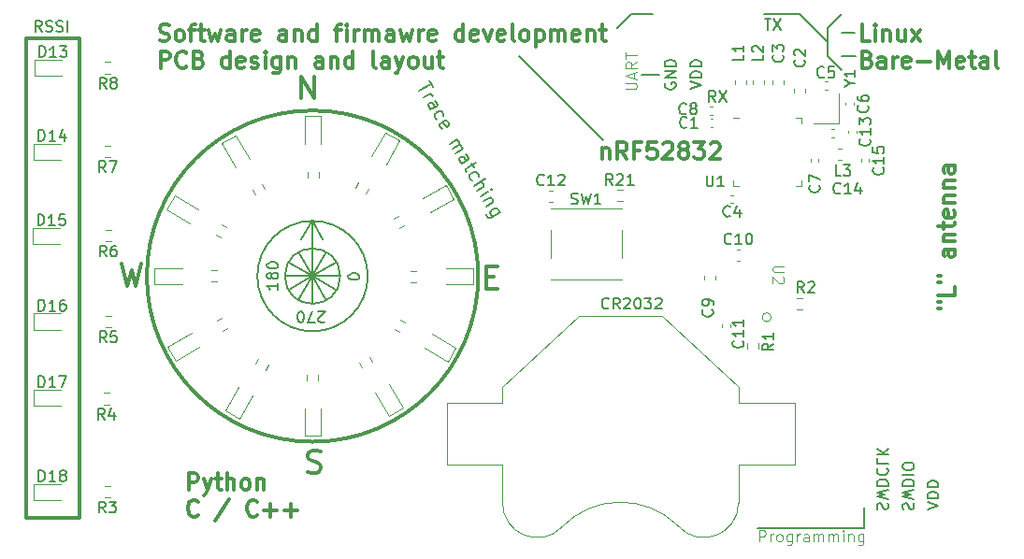
<source format=gbr>
%TF.GenerationSoftware,KiCad,Pcbnew,7.0.6*%
%TF.CreationDate,2024-06-09T16:47:23+02:00*%
%TF.ProjectId,nRF52832_visitcard,6e524635-3238-4333-925f-766973697463,v0.1*%
%TF.SameCoordinates,Original*%
%TF.FileFunction,Legend,Top*%
%TF.FilePolarity,Positive*%
%FSLAX46Y46*%
G04 Gerber Fmt 4.6, Leading zero omitted, Abs format (unit mm)*
G04 Created by KiCad (PCBNEW 7.0.6) date 2024-06-09 16:47:23*
%MOMM*%
%LPD*%
G01*
G04 APERTURE LIST*
%ADD10C,0.150000*%
%ADD11C,0.300000*%
%ADD12C,0.200000*%
%ADD13C,0.100000*%
%ADD14C,0.120000*%
G04 APERTURE END LIST*
D10*
X173990000Y-83820000D02*
X173990000Y-82550000D01*
X146050000Y-85090000D02*
X153670000Y-92710000D01*
X173990000Y-82550000D02*
X175260000Y-81280000D01*
X157149800Y-86766400D02*
X158750000Y-86766400D01*
X173990000Y-83820000D02*
X173990000Y-85090000D01*
X173990000Y-85090000D02*
X175260000Y-86360000D01*
X132358400Y-105025400D02*
G75*
G03*
X132358400Y-105025400I-5000000J0D01*
G01*
X167665400Y-127812800D02*
X177266600Y-127812800D01*
X127358400Y-105025400D02*
X129463800Y-103784400D01*
X171450000Y-81280000D02*
X173990000Y-83820000D01*
X176453800Y-83007200D02*
X175234600Y-83007200D01*
X129858400Y-105025400D02*
G75*
G03*
X129858400Y-105025400I-2500000J0D01*
G01*
X127358400Y-105025400D02*
X125196600Y-106248200D01*
X127358400Y-105025400D02*
X129489200Y-106222800D01*
D11*
X101422200Y-83489800D02*
X106222800Y-83489800D01*
X106222800Y-126923800D01*
X101422200Y-126923800D01*
X101422200Y-83489800D01*
D10*
X127358400Y-105025400D02*
X126111000Y-107162600D01*
X127358400Y-100025400D02*
X126365000Y-101676200D01*
X156210000Y-81280000D02*
X158191200Y-81280000D01*
X127358400Y-105025400D02*
X127358400Y-107525400D01*
X154940000Y-82550000D02*
X156210000Y-81280000D01*
X127358400Y-105025400D02*
X126136400Y-102920800D01*
X127358400Y-100025400D02*
X128244600Y-101676200D01*
X127358400Y-105025400D02*
X128549400Y-102946200D01*
X127358400Y-105025400D02*
X128549400Y-107111800D01*
X127358400Y-105025400D02*
X129858400Y-105025400D01*
X127358400Y-105025400D02*
X124858400Y-105025400D01*
X176530000Y-85090000D02*
X175260000Y-85090000D01*
D11*
X142358400Y-105025400D02*
G75*
G03*
X142358400Y-105025400I-15000000J0D01*
G01*
D10*
X127358400Y-105025400D02*
X125196600Y-103784400D01*
X168198800Y-81280000D02*
X171450000Y-81280000D01*
X177266600Y-127812800D02*
X177266600Y-125958600D01*
X127358400Y-105025400D02*
X127358400Y-100025400D01*
X128549400Y-102946200D02*
X127358400Y-105025400D01*
X163849207Y-89252419D02*
X163515874Y-88776228D01*
X163277779Y-89252419D02*
X163277779Y-88252419D01*
X163277779Y-88252419D02*
X163658731Y-88252419D01*
X163658731Y-88252419D02*
X163753969Y-88300038D01*
X163753969Y-88300038D02*
X163801588Y-88347657D01*
X163801588Y-88347657D02*
X163849207Y-88442895D01*
X163849207Y-88442895D02*
X163849207Y-88585752D01*
X163849207Y-88585752D02*
X163801588Y-88680990D01*
X163801588Y-88680990D02*
X163753969Y-88728609D01*
X163753969Y-88728609D02*
X163658731Y-88776228D01*
X163658731Y-88776228D02*
X163277779Y-88776228D01*
X164182541Y-88252419D02*
X164849207Y-89252419D01*
X164849207Y-88252419D02*
X164182541Y-89252419D01*
D11*
X177798796Y-83745828D02*
X177084510Y-83745828D01*
X177084510Y-83745828D02*
X177084510Y-82245828D01*
X178298796Y-83745828D02*
X178298796Y-82745828D01*
X178298796Y-82245828D02*
X178227368Y-82317257D01*
X178227368Y-82317257D02*
X178298796Y-82388685D01*
X178298796Y-82388685D02*
X178370225Y-82317257D01*
X178370225Y-82317257D02*
X178298796Y-82245828D01*
X178298796Y-82245828D02*
X178298796Y-82388685D01*
X179013082Y-82745828D02*
X179013082Y-83745828D01*
X179013082Y-82888685D02*
X179084511Y-82817257D01*
X179084511Y-82817257D02*
X179227368Y-82745828D01*
X179227368Y-82745828D02*
X179441654Y-82745828D01*
X179441654Y-82745828D02*
X179584511Y-82817257D01*
X179584511Y-82817257D02*
X179655940Y-82960114D01*
X179655940Y-82960114D02*
X179655940Y-83745828D01*
X181013083Y-82745828D02*
X181013083Y-83745828D01*
X180370225Y-82745828D02*
X180370225Y-83531542D01*
X180370225Y-83531542D02*
X180441654Y-83674400D01*
X180441654Y-83674400D02*
X180584511Y-83745828D01*
X180584511Y-83745828D02*
X180798797Y-83745828D01*
X180798797Y-83745828D02*
X180941654Y-83674400D01*
X180941654Y-83674400D02*
X181013083Y-83602971D01*
X181584511Y-83745828D02*
X182370226Y-82745828D01*
X181584511Y-82745828D02*
X182370226Y-83745828D01*
X177584510Y-85375114D02*
X177798796Y-85446542D01*
X177798796Y-85446542D02*
X177870225Y-85517971D01*
X177870225Y-85517971D02*
X177941653Y-85660828D01*
X177941653Y-85660828D02*
X177941653Y-85875114D01*
X177941653Y-85875114D02*
X177870225Y-86017971D01*
X177870225Y-86017971D02*
X177798796Y-86089400D01*
X177798796Y-86089400D02*
X177655939Y-86160828D01*
X177655939Y-86160828D02*
X177084510Y-86160828D01*
X177084510Y-86160828D02*
X177084510Y-84660828D01*
X177084510Y-84660828D02*
X177584510Y-84660828D01*
X177584510Y-84660828D02*
X177727368Y-84732257D01*
X177727368Y-84732257D02*
X177798796Y-84803685D01*
X177798796Y-84803685D02*
X177870225Y-84946542D01*
X177870225Y-84946542D02*
X177870225Y-85089400D01*
X177870225Y-85089400D02*
X177798796Y-85232257D01*
X177798796Y-85232257D02*
X177727368Y-85303685D01*
X177727368Y-85303685D02*
X177584510Y-85375114D01*
X177584510Y-85375114D02*
X177084510Y-85375114D01*
X179227368Y-86160828D02*
X179227368Y-85375114D01*
X179227368Y-85375114D02*
X179155939Y-85232257D01*
X179155939Y-85232257D02*
X179013082Y-85160828D01*
X179013082Y-85160828D02*
X178727368Y-85160828D01*
X178727368Y-85160828D02*
X178584510Y-85232257D01*
X179227368Y-86089400D02*
X179084510Y-86160828D01*
X179084510Y-86160828D02*
X178727368Y-86160828D01*
X178727368Y-86160828D02*
X178584510Y-86089400D01*
X178584510Y-86089400D02*
X178513082Y-85946542D01*
X178513082Y-85946542D02*
X178513082Y-85803685D01*
X178513082Y-85803685D02*
X178584510Y-85660828D01*
X178584510Y-85660828D02*
X178727368Y-85589400D01*
X178727368Y-85589400D02*
X179084510Y-85589400D01*
X179084510Y-85589400D02*
X179227368Y-85517971D01*
X179941653Y-86160828D02*
X179941653Y-85160828D01*
X179941653Y-85446542D02*
X180013082Y-85303685D01*
X180013082Y-85303685D02*
X180084511Y-85232257D01*
X180084511Y-85232257D02*
X180227368Y-85160828D01*
X180227368Y-85160828D02*
X180370225Y-85160828D01*
X181441653Y-86089400D02*
X181298796Y-86160828D01*
X181298796Y-86160828D02*
X181013082Y-86160828D01*
X181013082Y-86160828D02*
X180870224Y-86089400D01*
X180870224Y-86089400D02*
X180798796Y-85946542D01*
X180798796Y-85946542D02*
X180798796Y-85375114D01*
X180798796Y-85375114D02*
X180870224Y-85232257D01*
X180870224Y-85232257D02*
X181013082Y-85160828D01*
X181013082Y-85160828D02*
X181298796Y-85160828D01*
X181298796Y-85160828D02*
X181441653Y-85232257D01*
X181441653Y-85232257D02*
X181513082Y-85375114D01*
X181513082Y-85375114D02*
X181513082Y-85517971D01*
X181513082Y-85517971D02*
X180798796Y-85660828D01*
X182155938Y-85589400D02*
X183298796Y-85589400D01*
X184013081Y-86160828D02*
X184013081Y-84660828D01*
X184013081Y-84660828D02*
X184513081Y-85732257D01*
X184513081Y-85732257D02*
X185013081Y-84660828D01*
X185013081Y-84660828D02*
X185013081Y-86160828D01*
X186298796Y-86089400D02*
X186155939Y-86160828D01*
X186155939Y-86160828D02*
X185870225Y-86160828D01*
X185870225Y-86160828D02*
X185727367Y-86089400D01*
X185727367Y-86089400D02*
X185655939Y-85946542D01*
X185655939Y-85946542D02*
X185655939Y-85375114D01*
X185655939Y-85375114D02*
X185727367Y-85232257D01*
X185727367Y-85232257D02*
X185870225Y-85160828D01*
X185870225Y-85160828D02*
X186155939Y-85160828D01*
X186155939Y-85160828D02*
X186298796Y-85232257D01*
X186298796Y-85232257D02*
X186370225Y-85375114D01*
X186370225Y-85375114D02*
X186370225Y-85517971D01*
X186370225Y-85517971D02*
X185655939Y-85660828D01*
X186798796Y-85160828D02*
X187370224Y-85160828D01*
X187013081Y-84660828D02*
X187013081Y-85946542D01*
X187013081Y-85946542D02*
X187084510Y-86089400D01*
X187084510Y-86089400D02*
X187227367Y-86160828D01*
X187227367Y-86160828D02*
X187370224Y-86160828D01*
X188513082Y-86160828D02*
X188513082Y-85375114D01*
X188513082Y-85375114D02*
X188441653Y-85232257D01*
X188441653Y-85232257D02*
X188298796Y-85160828D01*
X188298796Y-85160828D02*
X188013082Y-85160828D01*
X188013082Y-85160828D02*
X187870224Y-85232257D01*
X188513082Y-86089400D02*
X188370224Y-86160828D01*
X188370224Y-86160828D02*
X188013082Y-86160828D01*
X188013082Y-86160828D02*
X187870224Y-86089400D01*
X187870224Y-86089400D02*
X187798796Y-85946542D01*
X187798796Y-85946542D02*
X187798796Y-85803685D01*
X187798796Y-85803685D02*
X187870224Y-85660828D01*
X187870224Y-85660828D02*
X188013082Y-85589400D01*
X188013082Y-85589400D02*
X188370224Y-85589400D01*
X188370224Y-85589400D02*
X188513082Y-85517971D01*
X189441653Y-86160828D02*
X189298796Y-86089400D01*
X189298796Y-86089400D02*
X189227367Y-85946542D01*
X189227367Y-85946542D02*
X189227367Y-84660828D01*
D10*
X124228219Y-105667011D02*
X124228219Y-106238439D01*
X124228219Y-105952725D02*
X123228219Y-105952725D01*
X123228219Y-105952725D02*
X123371076Y-106047963D01*
X123371076Y-106047963D02*
X123466314Y-106143201D01*
X123466314Y-106143201D02*
X123513933Y-106238439D01*
X123656790Y-105095582D02*
X123609171Y-105190820D01*
X123609171Y-105190820D02*
X123561552Y-105238439D01*
X123561552Y-105238439D02*
X123466314Y-105286058D01*
X123466314Y-105286058D02*
X123418695Y-105286058D01*
X123418695Y-105286058D02*
X123323457Y-105238439D01*
X123323457Y-105238439D02*
X123275838Y-105190820D01*
X123275838Y-105190820D02*
X123228219Y-105095582D01*
X123228219Y-105095582D02*
X123228219Y-104905106D01*
X123228219Y-104905106D02*
X123275838Y-104809868D01*
X123275838Y-104809868D02*
X123323457Y-104762249D01*
X123323457Y-104762249D02*
X123418695Y-104714630D01*
X123418695Y-104714630D02*
X123466314Y-104714630D01*
X123466314Y-104714630D02*
X123561552Y-104762249D01*
X123561552Y-104762249D02*
X123609171Y-104809868D01*
X123609171Y-104809868D02*
X123656790Y-104905106D01*
X123656790Y-104905106D02*
X123656790Y-105095582D01*
X123656790Y-105095582D02*
X123704409Y-105190820D01*
X123704409Y-105190820D02*
X123752028Y-105238439D01*
X123752028Y-105238439D02*
X123847266Y-105286058D01*
X123847266Y-105286058D02*
X124037742Y-105286058D01*
X124037742Y-105286058D02*
X124132980Y-105238439D01*
X124132980Y-105238439D02*
X124180600Y-105190820D01*
X124180600Y-105190820D02*
X124228219Y-105095582D01*
X124228219Y-105095582D02*
X124228219Y-104905106D01*
X124228219Y-104905106D02*
X124180600Y-104809868D01*
X124180600Y-104809868D02*
X124132980Y-104762249D01*
X124132980Y-104762249D02*
X124037742Y-104714630D01*
X124037742Y-104714630D02*
X123847266Y-104714630D01*
X123847266Y-104714630D02*
X123752028Y-104762249D01*
X123752028Y-104762249D02*
X123704409Y-104809868D01*
X123704409Y-104809868D02*
X123656790Y-104905106D01*
X123228219Y-104095582D02*
X123228219Y-104000344D01*
X123228219Y-104000344D02*
X123275838Y-103905106D01*
X123275838Y-103905106D02*
X123323457Y-103857487D01*
X123323457Y-103857487D02*
X123418695Y-103809868D01*
X123418695Y-103809868D02*
X123609171Y-103762249D01*
X123609171Y-103762249D02*
X123847266Y-103762249D01*
X123847266Y-103762249D02*
X124037742Y-103809868D01*
X124037742Y-103809868D02*
X124132980Y-103857487D01*
X124132980Y-103857487D02*
X124180600Y-103905106D01*
X124180600Y-103905106D02*
X124228219Y-104000344D01*
X124228219Y-104000344D02*
X124228219Y-104095582D01*
X124228219Y-104095582D02*
X124180600Y-104190820D01*
X124180600Y-104190820D02*
X124132980Y-104238439D01*
X124132980Y-104238439D02*
X124037742Y-104286058D01*
X124037742Y-104286058D02*
X123847266Y-104333677D01*
X123847266Y-104333677D02*
X123609171Y-104333677D01*
X123609171Y-104333677D02*
X123418695Y-104286058D01*
X123418695Y-104286058D02*
X123323457Y-104238439D01*
X123323457Y-104238439D02*
X123275838Y-104190820D01*
X123275838Y-104190820D02*
X123228219Y-104095582D01*
D12*
X137899551Y-87316695D02*
X138242408Y-87910541D01*
X137031749Y-88213618D02*
X138070979Y-87613618D01*
X137403177Y-88856952D02*
X138095998Y-88456952D01*
X137898049Y-88571237D02*
X138025595Y-88563582D01*
X138025595Y-88563582D02*
X138103653Y-88584497D01*
X138103653Y-88584497D02*
X138210283Y-88654900D01*
X138210283Y-88654900D02*
X138267426Y-88753875D01*
X138031749Y-89945669D02*
X138576108Y-89631383D01*
X138576108Y-89631383D02*
X138646510Y-89524753D01*
X138646510Y-89524753D02*
X138638855Y-89397208D01*
X138638855Y-89397208D02*
X138524569Y-89199259D01*
X138524569Y-89199259D02*
X138417939Y-89128856D01*
X138081236Y-89917098D02*
X137974606Y-89846695D01*
X137974606Y-89846695D02*
X137831749Y-89599259D01*
X137831749Y-89599259D02*
X137824093Y-89471713D01*
X137824093Y-89471713D02*
X137894496Y-89365083D01*
X137894496Y-89365083D02*
X137993470Y-89307940D01*
X137993470Y-89307940D02*
X138121016Y-89300285D01*
X138121016Y-89300285D02*
X138227646Y-89370687D01*
X138227646Y-89370687D02*
X138370503Y-89618123D01*
X138370503Y-89618123D02*
X138477133Y-89688526D01*
X138624093Y-90857354D02*
X138517463Y-90786951D01*
X138517463Y-90786951D02*
X138403177Y-90589002D01*
X138403177Y-90589002D02*
X138395521Y-90461456D01*
X138395521Y-90461456D02*
X138416437Y-90383398D01*
X138416437Y-90383398D02*
X138486840Y-90276768D01*
X138486840Y-90276768D02*
X138783763Y-90105339D01*
X138783763Y-90105339D02*
X138911309Y-90097683D01*
X138911309Y-90097683D02*
X138989367Y-90118599D01*
X138989367Y-90118599D02*
X139095997Y-90189002D01*
X139095997Y-90189002D02*
X139210283Y-90386951D01*
X139210283Y-90386951D02*
X139217939Y-90514496D01*
X139109807Y-91698635D02*
X139003177Y-91628232D01*
X139003177Y-91628232D02*
X138888891Y-91430283D01*
X138888891Y-91430283D02*
X138881235Y-91302738D01*
X138881235Y-91302738D02*
X138951638Y-91196108D01*
X138951638Y-91196108D02*
X139347536Y-90967536D01*
X139347536Y-90967536D02*
X139475081Y-90959881D01*
X139475081Y-90959881D02*
X139581712Y-91030283D01*
X139581712Y-91030283D02*
X139695997Y-91228232D01*
X139695997Y-91228232D02*
X139703653Y-91355778D01*
X139703653Y-91355778D02*
X139633250Y-91462408D01*
X139633250Y-91462408D02*
X139534276Y-91519551D01*
X139534276Y-91519551D02*
X139149587Y-91081822D01*
X139803177Y-93013873D02*
X140495997Y-92613873D01*
X140397023Y-92671015D02*
X140475081Y-92691931D01*
X140475081Y-92691931D02*
X140581711Y-92762334D01*
X140581711Y-92762334D02*
X140667426Y-92910796D01*
X140667426Y-92910796D02*
X140675081Y-93038341D01*
X140675081Y-93038341D02*
X140604679Y-93144971D01*
X140604679Y-93144971D02*
X140060320Y-93459257D01*
X140604679Y-93144971D02*
X140732224Y-93137316D01*
X140732224Y-93137316D02*
X140838854Y-93207719D01*
X140838854Y-93207719D02*
X140924569Y-93356180D01*
X140924569Y-93356180D02*
X140932224Y-93483726D01*
X140932224Y-93483726D02*
X140861821Y-93590356D01*
X140861821Y-93590356D02*
X140317463Y-93904642D01*
X140860320Y-94844898D02*
X141404679Y-94530612D01*
X141404679Y-94530612D02*
X141475081Y-94423982D01*
X141475081Y-94423982D02*
X141467426Y-94296436D01*
X141467426Y-94296436D02*
X141353140Y-94098488D01*
X141353140Y-94098488D02*
X141246510Y-94028085D01*
X140909807Y-94816326D02*
X140803177Y-94745923D01*
X140803177Y-94745923D02*
X140660320Y-94498488D01*
X140660320Y-94498488D02*
X140652664Y-94370942D01*
X140652664Y-94370942D02*
X140723067Y-94264312D01*
X140723067Y-94264312D02*
X140822041Y-94207169D01*
X140822041Y-94207169D02*
X140949587Y-94199513D01*
X140949587Y-94199513D02*
X141056217Y-94269916D01*
X141056217Y-94269916D02*
X141199074Y-94517352D01*
X141199074Y-94517352D02*
X141305704Y-94587755D01*
X141753140Y-94791308D02*
X141981711Y-95187205D01*
X142185264Y-94739769D02*
X141294495Y-95254055D01*
X141294495Y-95254055D02*
X141224092Y-95360685D01*
X141224092Y-95360685D02*
X141231748Y-95488231D01*
X141231748Y-95488231D02*
X141288891Y-95587205D01*
X141795521Y-96350428D02*
X141688891Y-96280025D01*
X141688891Y-96280025D02*
X141574605Y-96082076D01*
X141574605Y-96082076D02*
X141566949Y-95954531D01*
X141566949Y-95954531D02*
X141587865Y-95876472D01*
X141587865Y-95876472D02*
X141658268Y-95769842D01*
X141658268Y-95769842D02*
X141955191Y-95598413D01*
X141955191Y-95598413D02*
X142082737Y-95590758D01*
X142082737Y-95590758D02*
X142160795Y-95611674D01*
X142160795Y-95611674D02*
X142267425Y-95682076D01*
X142267425Y-95682076D02*
X142381711Y-95880025D01*
X142381711Y-95880025D02*
X142389367Y-96007571D01*
X142003176Y-96824384D02*
X143042407Y-96224384D01*
X142260319Y-97269768D02*
X142804678Y-96955482D01*
X142804678Y-96955482D02*
X142875081Y-96848852D01*
X142875081Y-96848852D02*
X142867425Y-96721307D01*
X142867425Y-96721307D02*
X142781711Y-96572845D01*
X142781711Y-96572845D02*
X142675081Y-96502442D01*
X142675081Y-96502442D02*
X142597022Y-96481526D01*
X142546033Y-97764639D02*
X143238854Y-97364639D01*
X143585264Y-97164639D02*
X143507205Y-97143724D01*
X143507205Y-97143724D02*
X143486289Y-97221782D01*
X143486289Y-97221782D02*
X143564348Y-97242698D01*
X143564348Y-97242698D02*
X143585264Y-97164639D01*
X143585264Y-97164639D02*
X143486289Y-97221782D01*
X143524568Y-97859511D02*
X142831748Y-98259511D01*
X143425594Y-97916654D02*
X143503652Y-97937570D01*
X143503652Y-97937570D02*
X143610282Y-98007973D01*
X143610282Y-98007973D02*
X143695997Y-98156434D01*
X143695997Y-98156434D02*
X143703652Y-98283980D01*
X143703652Y-98283980D02*
X143633250Y-98390610D01*
X143633250Y-98390610D02*
X143088891Y-98704896D01*
X144324568Y-99245152D02*
X143483286Y-99730866D01*
X143483286Y-99730866D02*
X143355740Y-99738522D01*
X143355740Y-99738522D02*
X143277682Y-99717606D01*
X143277682Y-99717606D02*
X143171052Y-99647203D01*
X143171052Y-99647203D02*
X143085338Y-99498742D01*
X143085338Y-99498742D02*
X143077682Y-99371196D01*
X143681235Y-99616580D02*
X143574605Y-99546178D01*
X143574605Y-99546178D02*
X143460319Y-99348229D01*
X143460319Y-99348229D02*
X143452663Y-99220683D01*
X143452663Y-99220683D02*
X143473579Y-99142625D01*
X143473579Y-99142625D02*
X143543982Y-99035994D01*
X143543982Y-99035994D02*
X143840905Y-98864566D01*
X143840905Y-98864566D02*
X143968451Y-98856910D01*
X143968451Y-98856910D02*
X144046509Y-98877826D01*
X144046509Y-98877826D02*
X144153139Y-98948229D01*
X144153139Y-98948229D02*
X144267425Y-99146178D01*
X144267425Y-99146178D02*
X144275081Y-99273723D01*
D10*
X183019819Y-126145677D02*
X184019819Y-125812344D01*
X184019819Y-125812344D02*
X183019819Y-125479011D01*
X184019819Y-125145677D02*
X183019819Y-125145677D01*
X183019819Y-125145677D02*
X183019819Y-124907582D01*
X183019819Y-124907582D02*
X183067438Y-124764725D01*
X183067438Y-124764725D02*
X183162676Y-124669487D01*
X183162676Y-124669487D02*
X183257914Y-124621868D01*
X183257914Y-124621868D02*
X183448390Y-124574249D01*
X183448390Y-124574249D02*
X183591247Y-124574249D01*
X183591247Y-124574249D02*
X183781723Y-124621868D01*
X183781723Y-124621868D02*
X183876961Y-124669487D01*
X183876961Y-124669487D02*
X183972200Y-124764725D01*
X183972200Y-124764725D02*
X184019819Y-124907582D01*
X184019819Y-124907582D02*
X184019819Y-125145677D01*
X184019819Y-124145677D02*
X183019819Y-124145677D01*
X183019819Y-124145677D02*
X183019819Y-123907582D01*
X183019819Y-123907582D02*
X183067438Y-123764725D01*
X183067438Y-123764725D02*
X183162676Y-123669487D01*
X183162676Y-123669487D02*
X183257914Y-123621868D01*
X183257914Y-123621868D02*
X183448390Y-123574249D01*
X183448390Y-123574249D02*
X183591247Y-123574249D01*
X183591247Y-123574249D02*
X183781723Y-123621868D01*
X183781723Y-123621868D02*
X183876961Y-123669487D01*
X183876961Y-123669487D02*
X183972200Y-123764725D01*
X183972200Y-123764725D02*
X184019819Y-123907582D01*
X184019819Y-123907582D02*
X184019819Y-124145677D01*
X159293038Y-87531411D02*
X159245419Y-87626649D01*
X159245419Y-87626649D02*
X159245419Y-87769506D01*
X159245419Y-87769506D02*
X159293038Y-87912363D01*
X159293038Y-87912363D02*
X159388276Y-88007601D01*
X159388276Y-88007601D02*
X159483514Y-88055220D01*
X159483514Y-88055220D02*
X159673990Y-88102839D01*
X159673990Y-88102839D02*
X159816847Y-88102839D01*
X159816847Y-88102839D02*
X160007323Y-88055220D01*
X160007323Y-88055220D02*
X160102561Y-88007601D01*
X160102561Y-88007601D02*
X160197800Y-87912363D01*
X160197800Y-87912363D02*
X160245419Y-87769506D01*
X160245419Y-87769506D02*
X160245419Y-87674268D01*
X160245419Y-87674268D02*
X160197800Y-87531411D01*
X160197800Y-87531411D02*
X160150180Y-87483792D01*
X160150180Y-87483792D02*
X159816847Y-87483792D01*
X159816847Y-87483792D02*
X159816847Y-87674268D01*
X160245419Y-87055220D02*
X159245419Y-87055220D01*
X159245419Y-87055220D02*
X160245419Y-86483792D01*
X160245419Y-86483792D02*
X159245419Y-86483792D01*
X160245419Y-86007601D02*
X159245419Y-86007601D01*
X159245419Y-86007601D02*
X159245419Y-85769506D01*
X159245419Y-85769506D02*
X159293038Y-85626649D01*
X159293038Y-85626649D02*
X159388276Y-85531411D01*
X159388276Y-85531411D02*
X159483514Y-85483792D01*
X159483514Y-85483792D02*
X159673990Y-85436173D01*
X159673990Y-85436173D02*
X159816847Y-85436173D01*
X159816847Y-85436173D02*
X160007323Y-85483792D01*
X160007323Y-85483792D02*
X160102561Y-85531411D01*
X160102561Y-85531411D02*
X160197800Y-85626649D01*
X160197800Y-85626649D02*
X160245419Y-85769506D01*
X160245419Y-85769506D02*
X160245419Y-86007601D01*
D11*
X116124510Y-124385828D02*
X116124510Y-122885828D01*
X116124510Y-122885828D02*
X116695939Y-122885828D01*
X116695939Y-122885828D02*
X116838796Y-122957257D01*
X116838796Y-122957257D02*
X116910225Y-123028685D01*
X116910225Y-123028685D02*
X116981653Y-123171542D01*
X116981653Y-123171542D02*
X116981653Y-123385828D01*
X116981653Y-123385828D02*
X116910225Y-123528685D01*
X116910225Y-123528685D02*
X116838796Y-123600114D01*
X116838796Y-123600114D02*
X116695939Y-123671542D01*
X116695939Y-123671542D02*
X116124510Y-123671542D01*
X117481653Y-123385828D02*
X117838796Y-124385828D01*
X118195939Y-123385828D02*
X117838796Y-124385828D01*
X117838796Y-124385828D02*
X117695939Y-124742971D01*
X117695939Y-124742971D02*
X117624510Y-124814400D01*
X117624510Y-124814400D02*
X117481653Y-124885828D01*
X118553082Y-123385828D02*
X119124510Y-123385828D01*
X118767367Y-122885828D02*
X118767367Y-124171542D01*
X118767367Y-124171542D02*
X118838796Y-124314400D01*
X118838796Y-124314400D02*
X118981653Y-124385828D01*
X118981653Y-124385828D02*
X119124510Y-124385828D01*
X119624510Y-124385828D02*
X119624510Y-122885828D01*
X120267368Y-124385828D02*
X120267368Y-123600114D01*
X120267368Y-123600114D02*
X120195939Y-123457257D01*
X120195939Y-123457257D02*
X120053082Y-123385828D01*
X120053082Y-123385828D02*
X119838796Y-123385828D01*
X119838796Y-123385828D02*
X119695939Y-123457257D01*
X119695939Y-123457257D02*
X119624510Y-123528685D01*
X121195939Y-124385828D02*
X121053082Y-124314400D01*
X121053082Y-124314400D02*
X120981653Y-124242971D01*
X120981653Y-124242971D02*
X120910225Y-124100114D01*
X120910225Y-124100114D02*
X120910225Y-123671542D01*
X120910225Y-123671542D02*
X120981653Y-123528685D01*
X120981653Y-123528685D02*
X121053082Y-123457257D01*
X121053082Y-123457257D02*
X121195939Y-123385828D01*
X121195939Y-123385828D02*
X121410225Y-123385828D01*
X121410225Y-123385828D02*
X121553082Y-123457257D01*
X121553082Y-123457257D02*
X121624511Y-123528685D01*
X121624511Y-123528685D02*
X121695939Y-123671542D01*
X121695939Y-123671542D02*
X121695939Y-124100114D01*
X121695939Y-124100114D02*
X121624511Y-124242971D01*
X121624511Y-124242971D02*
X121553082Y-124314400D01*
X121553082Y-124314400D02*
X121410225Y-124385828D01*
X121410225Y-124385828D02*
X121195939Y-124385828D01*
X122338796Y-123385828D02*
X122338796Y-124385828D01*
X122338796Y-123528685D02*
X122410225Y-123457257D01*
X122410225Y-123457257D02*
X122553082Y-123385828D01*
X122553082Y-123385828D02*
X122767368Y-123385828D01*
X122767368Y-123385828D02*
X122910225Y-123457257D01*
X122910225Y-123457257D02*
X122981654Y-123600114D01*
X122981654Y-123600114D02*
X122981654Y-124385828D01*
X116981653Y-126657971D02*
X116910225Y-126729400D01*
X116910225Y-126729400D02*
X116695939Y-126800828D01*
X116695939Y-126800828D02*
X116553082Y-126800828D01*
X116553082Y-126800828D02*
X116338796Y-126729400D01*
X116338796Y-126729400D02*
X116195939Y-126586542D01*
X116195939Y-126586542D02*
X116124510Y-126443685D01*
X116124510Y-126443685D02*
X116053082Y-126157971D01*
X116053082Y-126157971D02*
X116053082Y-125943685D01*
X116053082Y-125943685D02*
X116124510Y-125657971D01*
X116124510Y-125657971D02*
X116195939Y-125515114D01*
X116195939Y-125515114D02*
X116338796Y-125372257D01*
X116338796Y-125372257D02*
X116553082Y-125300828D01*
X116553082Y-125300828D02*
X116695939Y-125300828D01*
X116695939Y-125300828D02*
X116910225Y-125372257D01*
X116910225Y-125372257D02*
X116981653Y-125443685D01*
X119838796Y-125229400D02*
X118553082Y-127157971D01*
X122338796Y-126657971D02*
X122267368Y-126729400D01*
X122267368Y-126729400D02*
X122053082Y-126800828D01*
X122053082Y-126800828D02*
X121910225Y-126800828D01*
X121910225Y-126800828D02*
X121695939Y-126729400D01*
X121695939Y-126729400D02*
X121553082Y-126586542D01*
X121553082Y-126586542D02*
X121481653Y-126443685D01*
X121481653Y-126443685D02*
X121410225Y-126157971D01*
X121410225Y-126157971D02*
X121410225Y-125943685D01*
X121410225Y-125943685D02*
X121481653Y-125657971D01*
X121481653Y-125657971D02*
X121553082Y-125515114D01*
X121553082Y-125515114D02*
X121695939Y-125372257D01*
X121695939Y-125372257D02*
X121910225Y-125300828D01*
X121910225Y-125300828D02*
X122053082Y-125300828D01*
X122053082Y-125300828D02*
X122267368Y-125372257D01*
X122267368Y-125372257D02*
X122338796Y-125443685D01*
X122981653Y-126229400D02*
X124124511Y-126229400D01*
X123553082Y-126800828D02*
X123553082Y-125657971D01*
X124838796Y-126229400D02*
X125981654Y-126229400D01*
X125410225Y-126800828D02*
X125410225Y-125657971D01*
D10*
X128463439Y-109111942D02*
X128415820Y-109159561D01*
X128415820Y-109159561D02*
X128320582Y-109207180D01*
X128320582Y-109207180D02*
X128082487Y-109207180D01*
X128082487Y-109207180D02*
X127987249Y-109159561D01*
X127987249Y-109159561D02*
X127939630Y-109111942D01*
X127939630Y-109111942D02*
X127892011Y-109016704D01*
X127892011Y-109016704D02*
X127892011Y-108921466D01*
X127892011Y-108921466D02*
X127939630Y-108778609D01*
X127939630Y-108778609D02*
X128511058Y-108207180D01*
X128511058Y-108207180D02*
X127892011Y-108207180D01*
X127558677Y-109207180D02*
X126892011Y-109207180D01*
X126892011Y-109207180D02*
X127320582Y-108207180D01*
X126320582Y-109207180D02*
X126225344Y-109207180D01*
X126225344Y-109207180D02*
X126130106Y-109159561D01*
X126130106Y-109159561D02*
X126082487Y-109111942D01*
X126082487Y-109111942D02*
X126034868Y-109016704D01*
X126034868Y-109016704D02*
X125987249Y-108826228D01*
X125987249Y-108826228D02*
X125987249Y-108588133D01*
X125987249Y-108588133D02*
X126034868Y-108397657D01*
X126034868Y-108397657D02*
X126082487Y-108302419D01*
X126082487Y-108302419D02*
X126130106Y-108254800D01*
X126130106Y-108254800D02*
X126225344Y-108207180D01*
X126225344Y-108207180D02*
X126320582Y-108207180D01*
X126320582Y-108207180D02*
X126415820Y-108254800D01*
X126415820Y-108254800D02*
X126463439Y-108302419D01*
X126463439Y-108302419D02*
X126511058Y-108397657D01*
X126511058Y-108397657D02*
X126558677Y-108588133D01*
X126558677Y-108588133D02*
X126558677Y-108826228D01*
X126558677Y-108826228D02*
X126511058Y-109016704D01*
X126511058Y-109016704D02*
X126463439Y-109111942D01*
X126463439Y-109111942D02*
X126415820Y-109159561D01*
X126415820Y-109159561D02*
X126320582Y-109207180D01*
X102838407Y-82877019D02*
X102505074Y-82400828D01*
X102266979Y-82877019D02*
X102266979Y-81877019D01*
X102266979Y-81877019D02*
X102647931Y-81877019D01*
X102647931Y-81877019D02*
X102743169Y-81924638D01*
X102743169Y-81924638D02*
X102790788Y-81972257D01*
X102790788Y-81972257D02*
X102838407Y-82067495D01*
X102838407Y-82067495D02*
X102838407Y-82210352D01*
X102838407Y-82210352D02*
X102790788Y-82305590D01*
X102790788Y-82305590D02*
X102743169Y-82353209D01*
X102743169Y-82353209D02*
X102647931Y-82400828D01*
X102647931Y-82400828D02*
X102266979Y-82400828D01*
X103219360Y-82829400D02*
X103362217Y-82877019D01*
X103362217Y-82877019D02*
X103600312Y-82877019D01*
X103600312Y-82877019D02*
X103695550Y-82829400D01*
X103695550Y-82829400D02*
X103743169Y-82781780D01*
X103743169Y-82781780D02*
X103790788Y-82686542D01*
X103790788Y-82686542D02*
X103790788Y-82591304D01*
X103790788Y-82591304D02*
X103743169Y-82496066D01*
X103743169Y-82496066D02*
X103695550Y-82448447D01*
X103695550Y-82448447D02*
X103600312Y-82400828D01*
X103600312Y-82400828D02*
X103409836Y-82353209D01*
X103409836Y-82353209D02*
X103314598Y-82305590D01*
X103314598Y-82305590D02*
X103266979Y-82257971D01*
X103266979Y-82257971D02*
X103219360Y-82162733D01*
X103219360Y-82162733D02*
X103219360Y-82067495D01*
X103219360Y-82067495D02*
X103266979Y-81972257D01*
X103266979Y-81972257D02*
X103314598Y-81924638D01*
X103314598Y-81924638D02*
X103409836Y-81877019D01*
X103409836Y-81877019D02*
X103647931Y-81877019D01*
X103647931Y-81877019D02*
X103790788Y-81924638D01*
X104171741Y-82829400D02*
X104314598Y-82877019D01*
X104314598Y-82877019D02*
X104552693Y-82877019D01*
X104552693Y-82877019D02*
X104647931Y-82829400D01*
X104647931Y-82829400D02*
X104695550Y-82781780D01*
X104695550Y-82781780D02*
X104743169Y-82686542D01*
X104743169Y-82686542D02*
X104743169Y-82591304D01*
X104743169Y-82591304D02*
X104695550Y-82496066D01*
X104695550Y-82496066D02*
X104647931Y-82448447D01*
X104647931Y-82448447D02*
X104552693Y-82400828D01*
X104552693Y-82400828D02*
X104362217Y-82353209D01*
X104362217Y-82353209D02*
X104266979Y-82305590D01*
X104266979Y-82305590D02*
X104219360Y-82257971D01*
X104219360Y-82257971D02*
X104171741Y-82162733D01*
X104171741Y-82162733D02*
X104171741Y-82067495D01*
X104171741Y-82067495D02*
X104219360Y-81972257D01*
X104219360Y-81972257D02*
X104266979Y-81924638D01*
X104266979Y-81924638D02*
X104362217Y-81877019D01*
X104362217Y-81877019D02*
X104600312Y-81877019D01*
X104600312Y-81877019D02*
X104743169Y-81924638D01*
X105171741Y-82877019D02*
X105171741Y-81877019D01*
D11*
X126943320Y-122732800D02*
X127229034Y-122828038D01*
X127229034Y-122828038D02*
X127705225Y-122828038D01*
X127705225Y-122828038D02*
X127895701Y-122732800D01*
X127895701Y-122732800D02*
X127990939Y-122637561D01*
X127990939Y-122637561D02*
X128086177Y-122447085D01*
X128086177Y-122447085D02*
X128086177Y-122256609D01*
X128086177Y-122256609D02*
X127990939Y-122066133D01*
X127990939Y-122066133D02*
X127895701Y-121970895D01*
X127895701Y-121970895D02*
X127705225Y-121875657D01*
X127705225Y-121875657D02*
X127324272Y-121780419D01*
X127324272Y-121780419D02*
X127133796Y-121685180D01*
X127133796Y-121685180D02*
X127038558Y-121589942D01*
X127038558Y-121589942D02*
X126943320Y-121399466D01*
X126943320Y-121399466D02*
X126943320Y-121208990D01*
X126943320Y-121208990D02*
X127038558Y-121018514D01*
X127038558Y-121018514D02*
X127133796Y-120923276D01*
X127133796Y-120923276D02*
X127324272Y-120828038D01*
X127324272Y-120828038D02*
X127800463Y-120828038D01*
X127800463Y-120828038D02*
X128086177Y-120923276D01*
D10*
X130594219Y-105111344D02*
X130594219Y-105016106D01*
X130594219Y-105016106D02*
X130641838Y-104920868D01*
X130641838Y-104920868D02*
X130689457Y-104873249D01*
X130689457Y-104873249D02*
X130784695Y-104825630D01*
X130784695Y-104825630D02*
X130975171Y-104778011D01*
X130975171Y-104778011D02*
X131213266Y-104778011D01*
X131213266Y-104778011D02*
X131403742Y-104825630D01*
X131403742Y-104825630D02*
X131498980Y-104873249D01*
X131498980Y-104873249D02*
X131546600Y-104920868D01*
X131546600Y-104920868D02*
X131594219Y-105016106D01*
X131594219Y-105016106D02*
X131594219Y-105111344D01*
X131594219Y-105111344D02*
X131546600Y-105206582D01*
X131546600Y-105206582D02*
X131498980Y-105254201D01*
X131498980Y-105254201D02*
X131403742Y-105301820D01*
X131403742Y-105301820D02*
X131213266Y-105349439D01*
X131213266Y-105349439D02*
X130975171Y-105349439D01*
X130975171Y-105349439D02*
X130784695Y-105301820D01*
X130784695Y-105301820D02*
X130689457Y-105254201D01*
X130689457Y-105254201D02*
X130641838Y-105206582D01*
X130641838Y-105206582D02*
X130594219Y-105111344D01*
D11*
X126352758Y-88944438D02*
X126352758Y-86944438D01*
X126352758Y-86944438D02*
X127495615Y-88944438D01*
X127495615Y-88944438D02*
X127495615Y-86944438D01*
D10*
X154171807Y-107902380D02*
X154124188Y-107950000D01*
X154124188Y-107950000D02*
X153981331Y-107997619D01*
X153981331Y-107997619D02*
X153886093Y-107997619D01*
X153886093Y-107997619D02*
X153743236Y-107950000D01*
X153743236Y-107950000D02*
X153647998Y-107854761D01*
X153647998Y-107854761D02*
X153600379Y-107759523D01*
X153600379Y-107759523D02*
X153552760Y-107569047D01*
X153552760Y-107569047D02*
X153552760Y-107426190D01*
X153552760Y-107426190D02*
X153600379Y-107235714D01*
X153600379Y-107235714D02*
X153647998Y-107140476D01*
X153647998Y-107140476D02*
X153743236Y-107045238D01*
X153743236Y-107045238D02*
X153886093Y-106997619D01*
X153886093Y-106997619D02*
X153981331Y-106997619D01*
X153981331Y-106997619D02*
X154124188Y-107045238D01*
X154124188Y-107045238D02*
X154171807Y-107092857D01*
X155171807Y-107997619D02*
X154838474Y-107521428D01*
X154600379Y-107997619D02*
X154600379Y-106997619D01*
X154600379Y-106997619D02*
X154981331Y-106997619D01*
X154981331Y-106997619D02*
X155076569Y-107045238D01*
X155076569Y-107045238D02*
X155124188Y-107092857D01*
X155124188Y-107092857D02*
X155171807Y-107188095D01*
X155171807Y-107188095D02*
X155171807Y-107330952D01*
X155171807Y-107330952D02*
X155124188Y-107426190D01*
X155124188Y-107426190D02*
X155076569Y-107473809D01*
X155076569Y-107473809D02*
X154981331Y-107521428D01*
X154981331Y-107521428D02*
X154600379Y-107521428D01*
X155552760Y-107092857D02*
X155600379Y-107045238D01*
X155600379Y-107045238D02*
X155695617Y-106997619D01*
X155695617Y-106997619D02*
X155933712Y-106997619D01*
X155933712Y-106997619D02*
X156028950Y-107045238D01*
X156028950Y-107045238D02*
X156076569Y-107092857D01*
X156076569Y-107092857D02*
X156124188Y-107188095D01*
X156124188Y-107188095D02*
X156124188Y-107283333D01*
X156124188Y-107283333D02*
X156076569Y-107426190D01*
X156076569Y-107426190D02*
X155505141Y-107997619D01*
X155505141Y-107997619D02*
X156124188Y-107997619D01*
X156743236Y-106997619D02*
X156838474Y-106997619D01*
X156838474Y-106997619D02*
X156933712Y-107045238D01*
X156933712Y-107045238D02*
X156981331Y-107092857D01*
X156981331Y-107092857D02*
X157028950Y-107188095D01*
X157028950Y-107188095D02*
X157076569Y-107378571D01*
X157076569Y-107378571D02*
X157076569Y-107616666D01*
X157076569Y-107616666D02*
X157028950Y-107807142D01*
X157028950Y-107807142D02*
X156981331Y-107902380D01*
X156981331Y-107902380D02*
X156933712Y-107950000D01*
X156933712Y-107950000D02*
X156838474Y-107997619D01*
X156838474Y-107997619D02*
X156743236Y-107997619D01*
X156743236Y-107997619D02*
X156647998Y-107950000D01*
X156647998Y-107950000D02*
X156600379Y-107902380D01*
X156600379Y-107902380D02*
X156552760Y-107807142D01*
X156552760Y-107807142D02*
X156505141Y-107616666D01*
X156505141Y-107616666D02*
X156505141Y-107378571D01*
X156505141Y-107378571D02*
X156552760Y-107188095D01*
X156552760Y-107188095D02*
X156600379Y-107092857D01*
X156600379Y-107092857D02*
X156647998Y-107045238D01*
X156647998Y-107045238D02*
X156743236Y-106997619D01*
X157409903Y-106997619D02*
X158028950Y-106997619D01*
X158028950Y-106997619D02*
X157695617Y-107378571D01*
X157695617Y-107378571D02*
X157838474Y-107378571D01*
X157838474Y-107378571D02*
X157933712Y-107426190D01*
X157933712Y-107426190D02*
X157981331Y-107473809D01*
X157981331Y-107473809D02*
X158028950Y-107569047D01*
X158028950Y-107569047D02*
X158028950Y-107807142D01*
X158028950Y-107807142D02*
X157981331Y-107902380D01*
X157981331Y-107902380D02*
X157933712Y-107950000D01*
X157933712Y-107950000D02*
X157838474Y-107997619D01*
X157838474Y-107997619D02*
X157552760Y-107997619D01*
X157552760Y-107997619D02*
X157457522Y-107950000D01*
X157457522Y-107950000D02*
X157409903Y-107902380D01*
X158409903Y-107092857D02*
X158457522Y-107045238D01*
X158457522Y-107045238D02*
X158552760Y-106997619D01*
X158552760Y-106997619D02*
X158790855Y-106997619D01*
X158790855Y-106997619D02*
X158886093Y-107045238D01*
X158886093Y-107045238D02*
X158933712Y-107092857D01*
X158933712Y-107092857D02*
X158981331Y-107188095D01*
X158981331Y-107188095D02*
X158981331Y-107283333D01*
X158981331Y-107283333D02*
X158933712Y-107426190D01*
X158933712Y-107426190D02*
X158362284Y-107997619D01*
X158362284Y-107997619D02*
X158981331Y-107997619D01*
X180848000Y-126152039D02*
X180800380Y-126009182D01*
X180800380Y-126009182D02*
X180800380Y-125771087D01*
X180800380Y-125771087D02*
X180848000Y-125675849D01*
X180848000Y-125675849D02*
X180895619Y-125628230D01*
X180895619Y-125628230D02*
X180990857Y-125580611D01*
X180990857Y-125580611D02*
X181086095Y-125580611D01*
X181086095Y-125580611D02*
X181181333Y-125628230D01*
X181181333Y-125628230D02*
X181228952Y-125675849D01*
X181228952Y-125675849D02*
X181276571Y-125771087D01*
X181276571Y-125771087D02*
X181324190Y-125961563D01*
X181324190Y-125961563D02*
X181371809Y-126056801D01*
X181371809Y-126056801D02*
X181419428Y-126104420D01*
X181419428Y-126104420D02*
X181514666Y-126152039D01*
X181514666Y-126152039D02*
X181609904Y-126152039D01*
X181609904Y-126152039D02*
X181705142Y-126104420D01*
X181705142Y-126104420D02*
X181752761Y-126056801D01*
X181752761Y-126056801D02*
X181800380Y-125961563D01*
X181800380Y-125961563D02*
X181800380Y-125723468D01*
X181800380Y-125723468D02*
X181752761Y-125580611D01*
X181800380Y-125247277D02*
X180800380Y-125009182D01*
X180800380Y-125009182D02*
X181514666Y-124818706D01*
X181514666Y-124818706D02*
X180800380Y-124628230D01*
X180800380Y-124628230D02*
X181800380Y-124390135D01*
X180800380Y-124009182D02*
X181800380Y-124009182D01*
X181800380Y-124009182D02*
X181800380Y-123771087D01*
X181800380Y-123771087D02*
X181752761Y-123628230D01*
X181752761Y-123628230D02*
X181657523Y-123532992D01*
X181657523Y-123532992D02*
X181562285Y-123485373D01*
X181562285Y-123485373D02*
X181371809Y-123437754D01*
X181371809Y-123437754D02*
X181228952Y-123437754D01*
X181228952Y-123437754D02*
X181038476Y-123485373D01*
X181038476Y-123485373D02*
X180943238Y-123532992D01*
X180943238Y-123532992D02*
X180848000Y-123628230D01*
X180848000Y-123628230D02*
X180800380Y-123771087D01*
X180800380Y-123771087D02*
X180800380Y-124009182D01*
X180800380Y-123009182D02*
X181800380Y-123009182D01*
X181800380Y-122342516D02*
X181800380Y-122152040D01*
X181800380Y-122152040D02*
X181752761Y-122056802D01*
X181752761Y-122056802D02*
X181657523Y-121961564D01*
X181657523Y-121961564D02*
X181467047Y-121913945D01*
X181467047Y-121913945D02*
X181133714Y-121913945D01*
X181133714Y-121913945D02*
X180943238Y-121961564D01*
X180943238Y-121961564D02*
X180848000Y-122056802D01*
X180848000Y-122056802D02*
X180800380Y-122152040D01*
X180800380Y-122152040D02*
X180800380Y-122342516D01*
X180800380Y-122342516D02*
X180848000Y-122437754D01*
X180848000Y-122437754D02*
X180943238Y-122532992D01*
X180943238Y-122532992D02*
X181133714Y-122580611D01*
X181133714Y-122580611D02*
X181467047Y-122580611D01*
X181467047Y-122580611D02*
X181657523Y-122532992D01*
X181657523Y-122532992D02*
X181752761Y-122437754D01*
X181752761Y-122437754D02*
X181800380Y-122342516D01*
D11*
X153614910Y-93415828D02*
X153614910Y-94415828D01*
X153614910Y-93558685D02*
X153686339Y-93487257D01*
X153686339Y-93487257D02*
X153829196Y-93415828D01*
X153829196Y-93415828D02*
X154043482Y-93415828D01*
X154043482Y-93415828D02*
X154186339Y-93487257D01*
X154186339Y-93487257D02*
X154257768Y-93630114D01*
X154257768Y-93630114D02*
X154257768Y-94415828D01*
X155829196Y-94415828D02*
X155329196Y-93701542D01*
X154972053Y-94415828D02*
X154972053Y-92915828D01*
X154972053Y-92915828D02*
X155543482Y-92915828D01*
X155543482Y-92915828D02*
X155686339Y-92987257D01*
X155686339Y-92987257D02*
X155757768Y-93058685D01*
X155757768Y-93058685D02*
X155829196Y-93201542D01*
X155829196Y-93201542D02*
X155829196Y-93415828D01*
X155829196Y-93415828D02*
X155757768Y-93558685D01*
X155757768Y-93558685D02*
X155686339Y-93630114D01*
X155686339Y-93630114D02*
X155543482Y-93701542D01*
X155543482Y-93701542D02*
X154972053Y-93701542D01*
X156972053Y-93630114D02*
X156472053Y-93630114D01*
X156472053Y-94415828D02*
X156472053Y-92915828D01*
X156472053Y-92915828D02*
X157186339Y-92915828D01*
X158472053Y-92915828D02*
X157757767Y-92915828D01*
X157757767Y-92915828D02*
X157686339Y-93630114D01*
X157686339Y-93630114D02*
X157757767Y-93558685D01*
X157757767Y-93558685D02*
X157900625Y-93487257D01*
X157900625Y-93487257D02*
X158257767Y-93487257D01*
X158257767Y-93487257D02*
X158400625Y-93558685D01*
X158400625Y-93558685D02*
X158472053Y-93630114D01*
X158472053Y-93630114D02*
X158543482Y-93772971D01*
X158543482Y-93772971D02*
X158543482Y-94130114D01*
X158543482Y-94130114D02*
X158472053Y-94272971D01*
X158472053Y-94272971D02*
X158400625Y-94344400D01*
X158400625Y-94344400D02*
X158257767Y-94415828D01*
X158257767Y-94415828D02*
X157900625Y-94415828D01*
X157900625Y-94415828D02*
X157757767Y-94344400D01*
X157757767Y-94344400D02*
X157686339Y-94272971D01*
X159114910Y-93058685D02*
X159186338Y-92987257D01*
X159186338Y-92987257D02*
X159329196Y-92915828D01*
X159329196Y-92915828D02*
X159686338Y-92915828D01*
X159686338Y-92915828D02*
X159829196Y-92987257D01*
X159829196Y-92987257D02*
X159900624Y-93058685D01*
X159900624Y-93058685D02*
X159972053Y-93201542D01*
X159972053Y-93201542D02*
X159972053Y-93344400D01*
X159972053Y-93344400D02*
X159900624Y-93558685D01*
X159900624Y-93558685D02*
X159043481Y-94415828D01*
X159043481Y-94415828D02*
X159972053Y-94415828D01*
X160829195Y-93558685D02*
X160686338Y-93487257D01*
X160686338Y-93487257D02*
X160614909Y-93415828D01*
X160614909Y-93415828D02*
X160543481Y-93272971D01*
X160543481Y-93272971D02*
X160543481Y-93201542D01*
X160543481Y-93201542D02*
X160614909Y-93058685D01*
X160614909Y-93058685D02*
X160686338Y-92987257D01*
X160686338Y-92987257D02*
X160829195Y-92915828D01*
X160829195Y-92915828D02*
X161114909Y-92915828D01*
X161114909Y-92915828D02*
X161257767Y-92987257D01*
X161257767Y-92987257D02*
X161329195Y-93058685D01*
X161329195Y-93058685D02*
X161400624Y-93201542D01*
X161400624Y-93201542D02*
X161400624Y-93272971D01*
X161400624Y-93272971D02*
X161329195Y-93415828D01*
X161329195Y-93415828D02*
X161257767Y-93487257D01*
X161257767Y-93487257D02*
X161114909Y-93558685D01*
X161114909Y-93558685D02*
X160829195Y-93558685D01*
X160829195Y-93558685D02*
X160686338Y-93630114D01*
X160686338Y-93630114D02*
X160614909Y-93701542D01*
X160614909Y-93701542D02*
X160543481Y-93844400D01*
X160543481Y-93844400D02*
X160543481Y-94130114D01*
X160543481Y-94130114D02*
X160614909Y-94272971D01*
X160614909Y-94272971D02*
X160686338Y-94344400D01*
X160686338Y-94344400D02*
X160829195Y-94415828D01*
X160829195Y-94415828D02*
X161114909Y-94415828D01*
X161114909Y-94415828D02*
X161257767Y-94344400D01*
X161257767Y-94344400D02*
X161329195Y-94272971D01*
X161329195Y-94272971D02*
X161400624Y-94130114D01*
X161400624Y-94130114D02*
X161400624Y-93844400D01*
X161400624Y-93844400D02*
X161329195Y-93701542D01*
X161329195Y-93701542D02*
X161257767Y-93630114D01*
X161257767Y-93630114D02*
X161114909Y-93558685D01*
X161900623Y-92915828D02*
X162829195Y-92915828D01*
X162829195Y-92915828D02*
X162329195Y-93487257D01*
X162329195Y-93487257D02*
X162543480Y-93487257D01*
X162543480Y-93487257D02*
X162686338Y-93558685D01*
X162686338Y-93558685D02*
X162757766Y-93630114D01*
X162757766Y-93630114D02*
X162829195Y-93772971D01*
X162829195Y-93772971D02*
X162829195Y-94130114D01*
X162829195Y-94130114D02*
X162757766Y-94272971D01*
X162757766Y-94272971D02*
X162686338Y-94344400D01*
X162686338Y-94344400D02*
X162543480Y-94415828D01*
X162543480Y-94415828D02*
X162114909Y-94415828D01*
X162114909Y-94415828D02*
X161972052Y-94344400D01*
X161972052Y-94344400D02*
X161900623Y-94272971D01*
X163400623Y-93058685D02*
X163472051Y-92987257D01*
X163472051Y-92987257D02*
X163614909Y-92915828D01*
X163614909Y-92915828D02*
X163972051Y-92915828D01*
X163972051Y-92915828D02*
X164114909Y-92987257D01*
X164114909Y-92987257D02*
X164186337Y-93058685D01*
X164186337Y-93058685D02*
X164257766Y-93201542D01*
X164257766Y-93201542D02*
X164257766Y-93344400D01*
X164257766Y-93344400D02*
X164186337Y-93558685D01*
X164186337Y-93558685D02*
X163329194Y-94415828D01*
X163329194Y-94415828D02*
X164257766Y-94415828D01*
X143116758Y-105118019D02*
X143783425Y-105118019D01*
X144069139Y-106165638D02*
X143116758Y-106165638D01*
X143116758Y-106165638D02*
X143116758Y-104165638D01*
X143116758Y-104165638D02*
X144069139Y-104165638D01*
X183974828Y-107949517D02*
X184260542Y-107949517D01*
X183974828Y-107378089D02*
X184260542Y-107378089D01*
X185474828Y-106020946D02*
X185474828Y-106735232D01*
X185474828Y-106735232D02*
X183974828Y-106735232D01*
X183974828Y-105592374D02*
X184260542Y-105592374D01*
X183974828Y-105020946D02*
X184260542Y-105020946D01*
X185474828Y-102592375D02*
X184689114Y-102592375D01*
X184689114Y-102592375D02*
X184546257Y-102663803D01*
X184546257Y-102663803D02*
X184474828Y-102806660D01*
X184474828Y-102806660D02*
X184474828Y-103092375D01*
X184474828Y-103092375D02*
X184546257Y-103235232D01*
X185403400Y-102592375D02*
X185474828Y-102735232D01*
X185474828Y-102735232D02*
X185474828Y-103092375D01*
X185474828Y-103092375D02*
X185403400Y-103235232D01*
X185403400Y-103235232D02*
X185260542Y-103306660D01*
X185260542Y-103306660D02*
X185117685Y-103306660D01*
X185117685Y-103306660D02*
X184974828Y-103235232D01*
X184974828Y-103235232D02*
X184903400Y-103092375D01*
X184903400Y-103092375D02*
X184903400Y-102735232D01*
X184903400Y-102735232D02*
X184831971Y-102592375D01*
X184474828Y-101878089D02*
X185474828Y-101878089D01*
X184617685Y-101878089D02*
X184546257Y-101806660D01*
X184546257Y-101806660D02*
X184474828Y-101663803D01*
X184474828Y-101663803D02*
X184474828Y-101449517D01*
X184474828Y-101449517D02*
X184546257Y-101306660D01*
X184546257Y-101306660D02*
X184689114Y-101235232D01*
X184689114Y-101235232D02*
X185474828Y-101235232D01*
X184474828Y-100735231D02*
X184474828Y-100163803D01*
X183974828Y-100520946D02*
X185260542Y-100520946D01*
X185260542Y-100520946D02*
X185403400Y-100449517D01*
X185403400Y-100449517D02*
X185474828Y-100306660D01*
X185474828Y-100306660D02*
X185474828Y-100163803D01*
X185403400Y-99092374D02*
X185474828Y-99235231D01*
X185474828Y-99235231D02*
X185474828Y-99520946D01*
X185474828Y-99520946D02*
X185403400Y-99663803D01*
X185403400Y-99663803D02*
X185260542Y-99735231D01*
X185260542Y-99735231D02*
X184689114Y-99735231D01*
X184689114Y-99735231D02*
X184546257Y-99663803D01*
X184546257Y-99663803D02*
X184474828Y-99520946D01*
X184474828Y-99520946D02*
X184474828Y-99235231D01*
X184474828Y-99235231D02*
X184546257Y-99092374D01*
X184546257Y-99092374D02*
X184689114Y-99020946D01*
X184689114Y-99020946D02*
X184831971Y-99020946D01*
X184831971Y-99020946D02*
X184974828Y-99735231D01*
X184474828Y-98378089D02*
X185474828Y-98378089D01*
X184617685Y-98378089D02*
X184546257Y-98306660D01*
X184546257Y-98306660D02*
X184474828Y-98163803D01*
X184474828Y-98163803D02*
X184474828Y-97949517D01*
X184474828Y-97949517D02*
X184546257Y-97806660D01*
X184546257Y-97806660D02*
X184689114Y-97735232D01*
X184689114Y-97735232D02*
X185474828Y-97735232D01*
X184474828Y-97020946D02*
X185474828Y-97020946D01*
X184617685Y-97020946D02*
X184546257Y-96949517D01*
X184546257Y-96949517D02*
X184474828Y-96806660D01*
X184474828Y-96806660D02*
X184474828Y-96592374D01*
X184474828Y-96592374D02*
X184546257Y-96449517D01*
X184546257Y-96449517D02*
X184689114Y-96378089D01*
X184689114Y-96378089D02*
X185474828Y-96378089D01*
X185474828Y-95020946D02*
X184689114Y-95020946D01*
X184689114Y-95020946D02*
X184546257Y-95092374D01*
X184546257Y-95092374D02*
X184474828Y-95235231D01*
X184474828Y-95235231D02*
X184474828Y-95520946D01*
X184474828Y-95520946D02*
X184546257Y-95663803D01*
X185403400Y-95020946D02*
X185474828Y-95163803D01*
X185474828Y-95163803D02*
X185474828Y-95520946D01*
X185474828Y-95520946D02*
X185403400Y-95663803D01*
X185403400Y-95663803D02*
X185260542Y-95735231D01*
X185260542Y-95735231D02*
X185117685Y-95735231D01*
X185117685Y-95735231D02*
X184974828Y-95663803D01*
X184974828Y-95663803D02*
X184903400Y-95520946D01*
X184903400Y-95520946D02*
X184903400Y-95163803D01*
X184903400Y-95163803D02*
X184831971Y-95020946D01*
D10*
X178511200Y-126152039D02*
X178463580Y-126009182D01*
X178463580Y-126009182D02*
X178463580Y-125771087D01*
X178463580Y-125771087D02*
X178511200Y-125675849D01*
X178511200Y-125675849D02*
X178558819Y-125628230D01*
X178558819Y-125628230D02*
X178654057Y-125580611D01*
X178654057Y-125580611D02*
X178749295Y-125580611D01*
X178749295Y-125580611D02*
X178844533Y-125628230D01*
X178844533Y-125628230D02*
X178892152Y-125675849D01*
X178892152Y-125675849D02*
X178939771Y-125771087D01*
X178939771Y-125771087D02*
X178987390Y-125961563D01*
X178987390Y-125961563D02*
X179035009Y-126056801D01*
X179035009Y-126056801D02*
X179082628Y-126104420D01*
X179082628Y-126104420D02*
X179177866Y-126152039D01*
X179177866Y-126152039D02*
X179273104Y-126152039D01*
X179273104Y-126152039D02*
X179368342Y-126104420D01*
X179368342Y-126104420D02*
X179415961Y-126056801D01*
X179415961Y-126056801D02*
X179463580Y-125961563D01*
X179463580Y-125961563D02*
X179463580Y-125723468D01*
X179463580Y-125723468D02*
X179415961Y-125580611D01*
X179463580Y-125247277D02*
X178463580Y-125009182D01*
X178463580Y-125009182D02*
X179177866Y-124818706D01*
X179177866Y-124818706D02*
X178463580Y-124628230D01*
X178463580Y-124628230D02*
X179463580Y-124390135D01*
X178463580Y-124009182D02*
X179463580Y-124009182D01*
X179463580Y-124009182D02*
X179463580Y-123771087D01*
X179463580Y-123771087D02*
X179415961Y-123628230D01*
X179415961Y-123628230D02*
X179320723Y-123532992D01*
X179320723Y-123532992D02*
X179225485Y-123485373D01*
X179225485Y-123485373D02*
X179035009Y-123437754D01*
X179035009Y-123437754D02*
X178892152Y-123437754D01*
X178892152Y-123437754D02*
X178701676Y-123485373D01*
X178701676Y-123485373D02*
X178606438Y-123532992D01*
X178606438Y-123532992D02*
X178511200Y-123628230D01*
X178511200Y-123628230D02*
X178463580Y-123771087D01*
X178463580Y-123771087D02*
X178463580Y-124009182D01*
X178558819Y-122437754D02*
X178511200Y-122485373D01*
X178511200Y-122485373D02*
X178463580Y-122628230D01*
X178463580Y-122628230D02*
X178463580Y-122723468D01*
X178463580Y-122723468D02*
X178511200Y-122866325D01*
X178511200Y-122866325D02*
X178606438Y-122961563D01*
X178606438Y-122961563D02*
X178701676Y-123009182D01*
X178701676Y-123009182D02*
X178892152Y-123056801D01*
X178892152Y-123056801D02*
X179035009Y-123056801D01*
X179035009Y-123056801D02*
X179225485Y-123009182D01*
X179225485Y-123009182D02*
X179320723Y-122961563D01*
X179320723Y-122961563D02*
X179415961Y-122866325D01*
X179415961Y-122866325D02*
X179463580Y-122723468D01*
X179463580Y-122723468D02*
X179463580Y-122628230D01*
X179463580Y-122628230D02*
X179415961Y-122485373D01*
X179415961Y-122485373D02*
X179368342Y-122437754D01*
X178463580Y-121532992D02*
X178463580Y-122009182D01*
X178463580Y-122009182D02*
X179463580Y-122009182D01*
X178463580Y-121199658D02*
X179463580Y-121199658D01*
X178463580Y-120628230D02*
X179035009Y-121056801D01*
X179463580Y-120628230D02*
X178892152Y-121199658D01*
D11*
X113513082Y-83674400D02*
X113727368Y-83745828D01*
X113727368Y-83745828D02*
X114084510Y-83745828D01*
X114084510Y-83745828D02*
X114227368Y-83674400D01*
X114227368Y-83674400D02*
X114298796Y-83602971D01*
X114298796Y-83602971D02*
X114370225Y-83460114D01*
X114370225Y-83460114D02*
X114370225Y-83317257D01*
X114370225Y-83317257D02*
X114298796Y-83174400D01*
X114298796Y-83174400D02*
X114227368Y-83102971D01*
X114227368Y-83102971D02*
X114084510Y-83031542D01*
X114084510Y-83031542D02*
X113798796Y-82960114D01*
X113798796Y-82960114D02*
X113655939Y-82888685D01*
X113655939Y-82888685D02*
X113584510Y-82817257D01*
X113584510Y-82817257D02*
X113513082Y-82674400D01*
X113513082Y-82674400D02*
X113513082Y-82531542D01*
X113513082Y-82531542D02*
X113584510Y-82388685D01*
X113584510Y-82388685D02*
X113655939Y-82317257D01*
X113655939Y-82317257D02*
X113798796Y-82245828D01*
X113798796Y-82245828D02*
X114155939Y-82245828D01*
X114155939Y-82245828D02*
X114370225Y-82317257D01*
X115227367Y-83745828D02*
X115084510Y-83674400D01*
X115084510Y-83674400D02*
X115013081Y-83602971D01*
X115013081Y-83602971D02*
X114941653Y-83460114D01*
X114941653Y-83460114D02*
X114941653Y-83031542D01*
X114941653Y-83031542D02*
X115013081Y-82888685D01*
X115013081Y-82888685D02*
X115084510Y-82817257D01*
X115084510Y-82817257D02*
X115227367Y-82745828D01*
X115227367Y-82745828D02*
X115441653Y-82745828D01*
X115441653Y-82745828D02*
X115584510Y-82817257D01*
X115584510Y-82817257D02*
X115655939Y-82888685D01*
X115655939Y-82888685D02*
X115727367Y-83031542D01*
X115727367Y-83031542D02*
X115727367Y-83460114D01*
X115727367Y-83460114D02*
X115655939Y-83602971D01*
X115655939Y-83602971D02*
X115584510Y-83674400D01*
X115584510Y-83674400D02*
X115441653Y-83745828D01*
X115441653Y-83745828D02*
X115227367Y-83745828D01*
X116155939Y-82745828D02*
X116727367Y-82745828D01*
X116370224Y-83745828D02*
X116370224Y-82460114D01*
X116370224Y-82460114D02*
X116441653Y-82317257D01*
X116441653Y-82317257D02*
X116584510Y-82245828D01*
X116584510Y-82245828D02*
X116727367Y-82245828D01*
X117013082Y-82745828D02*
X117584510Y-82745828D01*
X117227367Y-82245828D02*
X117227367Y-83531542D01*
X117227367Y-83531542D02*
X117298796Y-83674400D01*
X117298796Y-83674400D02*
X117441653Y-83745828D01*
X117441653Y-83745828D02*
X117584510Y-83745828D01*
X117941653Y-82745828D02*
X118227368Y-83745828D01*
X118227368Y-83745828D02*
X118513082Y-83031542D01*
X118513082Y-83031542D02*
X118798796Y-83745828D01*
X118798796Y-83745828D02*
X119084510Y-82745828D01*
X120298797Y-83745828D02*
X120298797Y-82960114D01*
X120298797Y-82960114D02*
X120227368Y-82817257D01*
X120227368Y-82817257D02*
X120084511Y-82745828D01*
X120084511Y-82745828D02*
X119798797Y-82745828D01*
X119798797Y-82745828D02*
X119655939Y-82817257D01*
X120298797Y-83674400D02*
X120155939Y-83745828D01*
X120155939Y-83745828D02*
X119798797Y-83745828D01*
X119798797Y-83745828D02*
X119655939Y-83674400D01*
X119655939Y-83674400D02*
X119584511Y-83531542D01*
X119584511Y-83531542D02*
X119584511Y-83388685D01*
X119584511Y-83388685D02*
X119655939Y-83245828D01*
X119655939Y-83245828D02*
X119798797Y-83174400D01*
X119798797Y-83174400D02*
X120155939Y-83174400D01*
X120155939Y-83174400D02*
X120298797Y-83102971D01*
X121013082Y-83745828D02*
X121013082Y-82745828D01*
X121013082Y-83031542D02*
X121084511Y-82888685D01*
X121084511Y-82888685D02*
X121155940Y-82817257D01*
X121155940Y-82817257D02*
X121298797Y-82745828D01*
X121298797Y-82745828D02*
X121441654Y-82745828D01*
X122513082Y-83674400D02*
X122370225Y-83745828D01*
X122370225Y-83745828D02*
X122084511Y-83745828D01*
X122084511Y-83745828D02*
X121941653Y-83674400D01*
X121941653Y-83674400D02*
X121870225Y-83531542D01*
X121870225Y-83531542D02*
X121870225Y-82960114D01*
X121870225Y-82960114D02*
X121941653Y-82817257D01*
X121941653Y-82817257D02*
X122084511Y-82745828D01*
X122084511Y-82745828D02*
X122370225Y-82745828D01*
X122370225Y-82745828D02*
X122513082Y-82817257D01*
X122513082Y-82817257D02*
X122584511Y-82960114D01*
X122584511Y-82960114D02*
X122584511Y-83102971D01*
X122584511Y-83102971D02*
X121870225Y-83245828D01*
X125013082Y-83745828D02*
X125013082Y-82960114D01*
X125013082Y-82960114D02*
X124941653Y-82817257D01*
X124941653Y-82817257D02*
X124798796Y-82745828D01*
X124798796Y-82745828D02*
X124513082Y-82745828D01*
X124513082Y-82745828D02*
X124370224Y-82817257D01*
X125013082Y-83674400D02*
X124870224Y-83745828D01*
X124870224Y-83745828D02*
X124513082Y-83745828D01*
X124513082Y-83745828D02*
X124370224Y-83674400D01*
X124370224Y-83674400D02*
X124298796Y-83531542D01*
X124298796Y-83531542D02*
X124298796Y-83388685D01*
X124298796Y-83388685D02*
X124370224Y-83245828D01*
X124370224Y-83245828D02*
X124513082Y-83174400D01*
X124513082Y-83174400D02*
X124870224Y-83174400D01*
X124870224Y-83174400D02*
X125013082Y-83102971D01*
X125727367Y-82745828D02*
X125727367Y-83745828D01*
X125727367Y-82888685D02*
X125798796Y-82817257D01*
X125798796Y-82817257D02*
X125941653Y-82745828D01*
X125941653Y-82745828D02*
X126155939Y-82745828D01*
X126155939Y-82745828D02*
X126298796Y-82817257D01*
X126298796Y-82817257D02*
X126370225Y-82960114D01*
X126370225Y-82960114D02*
X126370225Y-83745828D01*
X127727368Y-83745828D02*
X127727368Y-82245828D01*
X127727368Y-83674400D02*
X127584510Y-83745828D01*
X127584510Y-83745828D02*
X127298796Y-83745828D01*
X127298796Y-83745828D02*
X127155939Y-83674400D01*
X127155939Y-83674400D02*
X127084510Y-83602971D01*
X127084510Y-83602971D02*
X127013082Y-83460114D01*
X127013082Y-83460114D02*
X127013082Y-83031542D01*
X127013082Y-83031542D02*
X127084510Y-82888685D01*
X127084510Y-82888685D02*
X127155939Y-82817257D01*
X127155939Y-82817257D02*
X127298796Y-82745828D01*
X127298796Y-82745828D02*
X127584510Y-82745828D01*
X127584510Y-82745828D02*
X127727368Y-82817257D01*
X129370225Y-82745828D02*
X129941653Y-82745828D01*
X129584510Y-83745828D02*
X129584510Y-82460114D01*
X129584510Y-82460114D02*
X129655939Y-82317257D01*
X129655939Y-82317257D02*
X129798796Y-82245828D01*
X129798796Y-82245828D02*
X129941653Y-82245828D01*
X130441653Y-83745828D02*
X130441653Y-82745828D01*
X130441653Y-82245828D02*
X130370225Y-82317257D01*
X130370225Y-82317257D02*
X130441653Y-82388685D01*
X130441653Y-82388685D02*
X130513082Y-82317257D01*
X130513082Y-82317257D02*
X130441653Y-82245828D01*
X130441653Y-82245828D02*
X130441653Y-82388685D01*
X131155939Y-83745828D02*
X131155939Y-82745828D01*
X131155939Y-83031542D02*
X131227368Y-82888685D01*
X131227368Y-82888685D02*
X131298797Y-82817257D01*
X131298797Y-82817257D02*
X131441654Y-82745828D01*
X131441654Y-82745828D02*
X131584511Y-82745828D01*
X132084510Y-83745828D02*
X132084510Y-82745828D01*
X132084510Y-82888685D02*
X132155939Y-82817257D01*
X132155939Y-82817257D02*
X132298796Y-82745828D01*
X132298796Y-82745828D02*
X132513082Y-82745828D01*
X132513082Y-82745828D02*
X132655939Y-82817257D01*
X132655939Y-82817257D02*
X132727368Y-82960114D01*
X132727368Y-82960114D02*
X132727368Y-83745828D01*
X132727368Y-82960114D02*
X132798796Y-82817257D01*
X132798796Y-82817257D02*
X132941653Y-82745828D01*
X132941653Y-82745828D02*
X133155939Y-82745828D01*
X133155939Y-82745828D02*
X133298796Y-82817257D01*
X133298796Y-82817257D02*
X133370225Y-82960114D01*
X133370225Y-82960114D02*
X133370225Y-83745828D01*
X134727368Y-83745828D02*
X134727368Y-82960114D01*
X134727368Y-82960114D02*
X134655939Y-82817257D01*
X134655939Y-82817257D02*
X134513082Y-82745828D01*
X134513082Y-82745828D02*
X134227368Y-82745828D01*
X134227368Y-82745828D02*
X134084510Y-82817257D01*
X134727368Y-83674400D02*
X134584510Y-83745828D01*
X134584510Y-83745828D02*
X134227368Y-83745828D01*
X134227368Y-83745828D02*
X134084510Y-83674400D01*
X134084510Y-83674400D02*
X134013082Y-83531542D01*
X134013082Y-83531542D02*
X134013082Y-83388685D01*
X134013082Y-83388685D02*
X134084510Y-83245828D01*
X134084510Y-83245828D02*
X134227368Y-83174400D01*
X134227368Y-83174400D02*
X134584510Y-83174400D01*
X134584510Y-83174400D02*
X134727368Y-83102971D01*
X135298796Y-82745828D02*
X135584511Y-83745828D01*
X135584511Y-83745828D02*
X135870225Y-83031542D01*
X135870225Y-83031542D02*
X136155939Y-83745828D01*
X136155939Y-83745828D02*
X136441653Y-82745828D01*
X137013082Y-83745828D02*
X137013082Y-82745828D01*
X137013082Y-83031542D02*
X137084511Y-82888685D01*
X137084511Y-82888685D02*
X137155940Y-82817257D01*
X137155940Y-82817257D02*
X137298797Y-82745828D01*
X137298797Y-82745828D02*
X137441654Y-82745828D01*
X138513082Y-83674400D02*
X138370225Y-83745828D01*
X138370225Y-83745828D02*
X138084511Y-83745828D01*
X138084511Y-83745828D02*
X137941653Y-83674400D01*
X137941653Y-83674400D02*
X137870225Y-83531542D01*
X137870225Y-83531542D02*
X137870225Y-82960114D01*
X137870225Y-82960114D02*
X137941653Y-82817257D01*
X137941653Y-82817257D02*
X138084511Y-82745828D01*
X138084511Y-82745828D02*
X138370225Y-82745828D01*
X138370225Y-82745828D02*
X138513082Y-82817257D01*
X138513082Y-82817257D02*
X138584511Y-82960114D01*
X138584511Y-82960114D02*
X138584511Y-83102971D01*
X138584511Y-83102971D02*
X137870225Y-83245828D01*
X141013082Y-83745828D02*
X141013082Y-82245828D01*
X141013082Y-83674400D02*
X140870224Y-83745828D01*
X140870224Y-83745828D02*
X140584510Y-83745828D01*
X140584510Y-83745828D02*
X140441653Y-83674400D01*
X140441653Y-83674400D02*
X140370224Y-83602971D01*
X140370224Y-83602971D02*
X140298796Y-83460114D01*
X140298796Y-83460114D02*
X140298796Y-83031542D01*
X140298796Y-83031542D02*
X140370224Y-82888685D01*
X140370224Y-82888685D02*
X140441653Y-82817257D01*
X140441653Y-82817257D02*
X140584510Y-82745828D01*
X140584510Y-82745828D02*
X140870224Y-82745828D01*
X140870224Y-82745828D02*
X141013082Y-82817257D01*
X142298796Y-83674400D02*
X142155939Y-83745828D01*
X142155939Y-83745828D02*
X141870225Y-83745828D01*
X141870225Y-83745828D02*
X141727367Y-83674400D01*
X141727367Y-83674400D02*
X141655939Y-83531542D01*
X141655939Y-83531542D02*
X141655939Y-82960114D01*
X141655939Y-82960114D02*
X141727367Y-82817257D01*
X141727367Y-82817257D02*
X141870225Y-82745828D01*
X141870225Y-82745828D02*
X142155939Y-82745828D01*
X142155939Y-82745828D02*
X142298796Y-82817257D01*
X142298796Y-82817257D02*
X142370225Y-82960114D01*
X142370225Y-82960114D02*
X142370225Y-83102971D01*
X142370225Y-83102971D02*
X141655939Y-83245828D01*
X142870224Y-82745828D02*
X143227367Y-83745828D01*
X143227367Y-83745828D02*
X143584510Y-82745828D01*
X144727367Y-83674400D02*
X144584510Y-83745828D01*
X144584510Y-83745828D02*
X144298796Y-83745828D01*
X144298796Y-83745828D02*
X144155938Y-83674400D01*
X144155938Y-83674400D02*
X144084510Y-83531542D01*
X144084510Y-83531542D02*
X144084510Y-82960114D01*
X144084510Y-82960114D02*
X144155938Y-82817257D01*
X144155938Y-82817257D02*
X144298796Y-82745828D01*
X144298796Y-82745828D02*
X144584510Y-82745828D01*
X144584510Y-82745828D02*
X144727367Y-82817257D01*
X144727367Y-82817257D02*
X144798796Y-82960114D01*
X144798796Y-82960114D02*
X144798796Y-83102971D01*
X144798796Y-83102971D02*
X144084510Y-83245828D01*
X145655938Y-83745828D02*
X145513081Y-83674400D01*
X145513081Y-83674400D02*
X145441652Y-83531542D01*
X145441652Y-83531542D02*
X145441652Y-82245828D01*
X146441652Y-83745828D02*
X146298795Y-83674400D01*
X146298795Y-83674400D02*
X146227366Y-83602971D01*
X146227366Y-83602971D02*
X146155938Y-83460114D01*
X146155938Y-83460114D02*
X146155938Y-83031542D01*
X146155938Y-83031542D02*
X146227366Y-82888685D01*
X146227366Y-82888685D02*
X146298795Y-82817257D01*
X146298795Y-82817257D02*
X146441652Y-82745828D01*
X146441652Y-82745828D02*
X146655938Y-82745828D01*
X146655938Y-82745828D02*
X146798795Y-82817257D01*
X146798795Y-82817257D02*
X146870224Y-82888685D01*
X146870224Y-82888685D02*
X146941652Y-83031542D01*
X146941652Y-83031542D02*
X146941652Y-83460114D01*
X146941652Y-83460114D02*
X146870224Y-83602971D01*
X146870224Y-83602971D02*
X146798795Y-83674400D01*
X146798795Y-83674400D02*
X146655938Y-83745828D01*
X146655938Y-83745828D02*
X146441652Y-83745828D01*
X147584509Y-82745828D02*
X147584509Y-84245828D01*
X147584509Y-82817257D02*
X147727367Y-82745828D01*
X147727367Y-82745828D02*
X148013081Y-82745828D01*
X148013081Y-82745828D02*
X148155938Y-82817257D01*
X148155938Y-82817257D02*
X148227367Y-82888685D01*
X148227367Y-82888685D02*
X148298795Y-83031542D01*
X148298795Y-83031542D02*
X148298795Y-83460114D01*
X148298795Y-83460114D02*
X148227367Y-83602971D01*
X148227367Y-83602971D02*
X148155938Y-83674400D01*
X148155938Y-83674400D02*
X148013081Y-83745828D01*
X148013081Y-83745828D02*
X147727367Y-83745828D01*
X147727367Y-83745828D02*
X147584509Y-83674400D01*
X148941652Y-83745828D02*
X148941652Y-82745828D01*
X148941652Y-82888685D02*
X149013081Y-82817257D01*
X149013081Y-82817257D02*
X149155938Y-82745828D01*
X149155938Y-82745828D02*
X149370224Y-82745828D01*
X149370224Y-82745828D02*
X149513081Y-82817257D01*
X149513081Y-82817257D02*
X149584510Y-82960114D01*
X149584510Y-82960114D02*
X149584510Y-83745828D01*
X149584510Y-82960114D02*
X149655938Y-82817257D01*
X149655938Y-82817257D02*
X149798795Y-82745828D01*
X149798795Y-82745828D02*
X150013081Y-82745828D01*
X150013081Y-82745828D02*
X150155938Y-82817257D01*
X150155938Y-82817257D02*
X150227367Y-82960114D01*
X150227367Y-82960114D02*
X150227367Y-83745828D01*
X151513081Y-83674400D02*
X151370224Y-83745828D01*
X151370224Y-83745828D02*
X151084510Y-83745828D01*
X151084510Y-83745828D02*
X150941652Y-83674400D01*
X150941652Y-83674400D02*
X150870224Y-83531542D01*
X150870224Y-83531542D02*
X150870224Y-82960114D01*
X150870224Y-82960114D02*
X150941652Y-82817257D01*
X150941652Y-82817257D02*
X151084510Y-82745828D01*
X151084510Y-82745828D02*
X151370224Y-82745828D01*
X151370224Y-82745828D02*
X151513081Y-82817257D01*
X151513081Y-82817257D02*
X151584510Y-82960114D01*
X151584510Y-82960114D02*
X151584510Y-83102971D01*
X151584510Y-83102971D02*
X150870224Y-83245828D01*
X152227366Y-82745828D02*
X152227366Y-83745828D01*
X152227366Y-82888685D02*
X152298795Y-82817257D01*
X152298795Y-82817257D02*
X152441652Y-82745828D01*
X152441652Y-82745828D02*
X152655938Y-82745828D01*
X152655938Y-82745828D02*
X152798795Y-82817257D01*
X152798795Y-82817257D02*
X152870224Y-82960114D01*
X152870224Y-82960114D02*
X152870224Y-83745828D01*
X153370224Y-82745828D02*
X153941652Y-82745828D01*
X153584509Y-82245828D02*
X153584509Y-83531542D01*
X153584509Y-83531542D02*
X153655938Y-83674400D01*
X153655938Y-83674400D02*
X153798795Y-83745828D01*
X153798795Y-83745828D02*
X153941652Y-83745828D01*
X113584510Y-86160828D02*
X113584510Y-84660828D01*
X113584510Y-84660828D02*
X114155939Y-84660828D01*
X114155939Y-84660828D02*
X114298796Y-84732257D01*
X114298796Y-84732257D02*
X114370225Y-84803685D01*
X114370225Y-84803685D02*
X114441653Y-84946542D01*
X114441653Y-84946542D02*
X114441653Y-85160828D01*
X114441653Y-85160828D02*
X114370225Y-85303685D01*
X114370225Y-85303685D02*
X114298796Y-85375114D01*
X114298796Y-85375114D02*
X114155939Y-85446542D01*
X114155939Y-85446542D02*
X113584510Y-85446542D01*
X115941653Y-86017971D02*
X115870225Y-86089400D01*
X115870225Y-86089400D02*
X115655939Y-86160828D01*
X115655939Y-86160828D02*
X115513082Y-86160828D01*
X115513082Y-86160828D02*
X115298796Y-86089400D01*
X115298796Y-86089400D02*
X115155939Y-85946542D01*
X115155939Y-85946542D02*
X115084510Y-85803685D01*
X115084510Y-85803685D02*
X115013082Y-85517971D01*
X115013082Y-85517971D02*
X115013082Y-85303685D01*
X115013082Y-85303685D02*
X115084510Y-85017971D01*
X115084510Y-85017971D02*
X115155939Y-84875114D01*
X115155939Y-84875114D02*
X115298796Y-84732257D01*
X115298796Y-84732257D02*
X115513082Y-84660828D01*
X115513082Y-84660828D02*
X115655939Y-84660828D01*
X115655939Y-84660828D02*
X115870225Y-84732257D01*
X115870225Y-84732257D02*
X115941653Y-84803685D01*
X117084510Y-85375114D02*
X117298796Y-85446542D01*
X117298796Y-85446542D02*
X117370225Y-85517971D01*
X117370225Y-85517971D02*
X117441653Y-85660828D01*
X117441653Y-85660828D02*
X117441653Y-85875114D01*
X117441653Y-85875114D02*
X117370225Y-86017971D01*
X117370225Y-86017971D02*
X117298796Y-86089400D01*
X117298796Y-86089400D02*
X117155939Y-86160828D01*
X117155939Y-86160828D02*
X116584510Y-86160828D01*
X116584510Y-86160828D02*
X116584510Y-84660828D01*
X116584510Y-84660828D02*
X117084510Y-84660828D01*
X117084510Y-84660828D02*
X117227368Y-84732257D01*
X117227368Y-84732257D02*
X117298796Y-84803685D01*
X117298796Y-84803685D02*
X117370225Y-84946542D01*
X117370225Y-84946542D02*
X117370225Y-85089400D01*
X117370225Y-85089400D02*
X117298796Y-85232257D01*
X117298796Y-85232257D02*
X117227368Y-85303685D01*
X117227368Y-85303685D02*
X117084510Y-85375114D01*
X117084510Y-85375114D02*
X116584510Y-85375114D01*
X119870225Y-86160828D02*
X119870225Y-84660828D01*
X119870225Y-86089400D02*
X119727367Y-86160828D01*
X119727367Y-86160828D02*
X119441653Y-86160828D01*
X119441653Y-86160828D02*
X119298796Y-86089400D01*
X119298796Y-86089400D02*
X119227367Y-86017971D01*
X119227367Y-86017971D02*
X119155939Y-85875114D01*
X119155939Y-85875114D02*
X119155939Y-85446542D01*
X119155939Y-85446542D02*
X119227367Y-85303685D01*
X119227367Y-85303685D02*
X119298796Y-85232257D01*
X119298796Y-85232257D02*
X119441653Y-85160828D01*
X119441653Y-85160828D02*
X119727367Y-85160828D01*
X119727367Y-85160828D02*
X119870225Y-85232257D01*
X121155939Y-86089400D02*
X121013082Y-86160828D01*
X121013082Y-86160828D02*
X120727368Y-86160828D01*
X120727368Y-86160828D02*
X120584510Y-86089400D01*
X120584510Y-86089400D02*
X120513082Y-85946542D01*
X120513082Y-85946542D02*
X120513082Y-85375114D01*
X120513082Y-85375114D02*
X120584510Y-85232257D01*
X120584510Y-85232257D02*
X120727368Y-85160828D01*
X120727368Y-85160828D02*
X121013082Y-85160828D01*
X121013082Y-85160828D02*
X121155939Y-85232257D01*
X121155939Y-85232257D02*
X121227368Y-85375114D01*
X121227368Y-85375114D02*
X121227368Y-85517971D01*
X121227368Y-85517971D02*
X120513082Y-85660828D01*
X121798796Y-86089400D02*
X121941653Y-86160828D01*
X121941653Y-86160828D02*
X122227367Y-86160828D01*
X122227367Y-86160828D02*
X122370224Y-86089400D01*
X122370224Y-86089400D02*
X122441653Y-85946542D01*
X122441653Y-85946542D02*
X122441653Y-85875114D01*
X122441653Y-85875114D02*
X122370224Y-85732257D01*
X122370224Y-85732257D02*
X122227367Y-85660828D01*
X122227367Y-85660828D02*
X122013082Y-85660828D01*
X122013082Y-85660828D02*
X121870224Y-85589400D01*
X121870224Y-85589400D02*
X121798796Y-85446542D01*
X121798796Y-85446542D02*
X121798796Y-85375114D01*
X121798796Y-85375114D02*
X121870224Y-85232257D01*
X121870224Y-85232257D02*
X122013082Y-85160828D01*
X122013082Y-85160828D02*
X122227367Y-85160828D01*
X122227367Y-85160828D02*
X122370224Y-85232257D01*
X123084510Y-86160828D02*
X123084510Y-85160828D01*
X123084510Y-84660828D02*
X123013082Y-84732257D01*
X123013082Y-84732257D02*
X123084510Y-84803685D01*
X123084510Y-84803685D02*
X123155939Y-84732257D01*
X123155939Y-84732257D02*
X123084510Y-84660828D01*
X123084510Y-84660828D02*
X123084510Y-84803685D01*
X124441654Y-85160828D02*
X124441654Y-86375114D01*
X124441654Y-86375114D02*
X124370225Y-86517971D01*
X124370225Y-86517971D02*
X124298796Y-86589400D01*
X124298796Y-86589400D02*
X124155939Y-86660828D01*
X124155939Y-86660828D02*
X123941654Y-86660828D01*
X123941654Y-86660828D02*
X123798796Y-86589400D01*
X124441654Y-86089400D02*
X124298796Y-86160828D01*
X124298796Y-86160828D02*
X124013082Y-86160828D01*
X124013082Y-86160828D02*
X123870225Y-86089400D01*
X123870225Y-86089400D02*
X123798796Y-86017971D01*
X123798796Y-86017971D02*
X123727368Y-85875114D01*
X123727368Y-85875114D02*
X123727368Y-85446542D01*
X123727368Y-85446542D02*
X123798796Y-85303685D01*
X123798796Y-85303685D02*
X123870225Y-85232257D01*
X123870225Y-85232257D02*
X124013082Y-85160828D01*
X124013082Y-85160828D02*
X124298796Y-85160828D01*
X124298796Y-85160828D02*
X124441654Y-85232257D01*
X125155939Y-85160828D02*
X125155939Y-86160828D01*
X125155939Y-85303685D02*
X125227368Y-85232257D01*
X125227368Y-85232257D02*
X125370225Y-85160828D01*
X125370225Y-85160828D02*
X125584511Y-85160828D01*
X125584511Y-85160828D02*
X125727368Y-85232257D01*
X125727368Y-85232257D02*
X125798797Y-85375114D01*
X125798797Y-85375114D02*
X125798797Y-86160828D01*
X128298797Y-86160828D02*
X128298797Y-85375114D01*
X128298797Y-85375114D02*
X128227368Y-85232257D01*
X128227368Y-85232257D02*
X128084511Y-85160828D01*
X128084511Y-85160828D02*
X127798797Y-85160828D01*
X127798797Y-85160828D02*
X127655939Y-85232257D01*
X128298797Y-86089400D02*
X128155939Y-86160828D01*
X128155939Y-86160828D02*
X127798797Y-86160828D01*
X127798797Y-86160828D02*
X127655939Y-86089400D01*
X127655939Y-86089400D02*
X127584511Y-85946542D01*
X127584511Y-85946542D02*
X127584511Y-85803685D01*
X127584511Y-85803685D02*
X127655939Y-85660828D01*
X127655939Y-85660828D02*
X127798797Y-85589400D01*
X127798797Y-85589400D02*
X128155939Y-85589400D01*
X128155939Y-85589400D02*
X128298797Y-85517971D01*
X129013082Y-85160828D02*
X129013082Y-86160828D01*
X129013082Y-85303685D02*
X129084511Y-85232257D01*
X129084511Y-85232257D02*
X129227368Y-85160828D01*
X129227368Y-85160828D02*
X129441654Y-85160828D01*
X129441654Y-85160828D02*
X129584511Y-85232257D01*
X129584511Y-85232257D02*
X129655940Y-85375114D01*
X129655940Y-85375114D02*
X129655940Y-86160828D01*
X131013083Y-86160828D02*
X131013083Y-84660828D01*
X131013083Y-86089400D02*
X130870225Y-86160828D01*
X130870225Y-86160828D02*
X130584511Y-86160828D01*
X130584511Y-86160828D02*
X130441654Y-86089400D01*
X130441654Y-86089400D02*
X130370225Y-86017971D01*
X130370225Y-86017971D02*
X130298797Y-85875114D01*
X130298797Y-85875114D02*
X130298797Y-85446542D01*
X130298797Y-85446542D02*
X130370225Y-85303685D01*
X130370225Y-85303685D02*
X130441654Y-85232257D01*
X130441654Y-85232257D02*
X130584511Y-85160828D01*
X130584511Y-85160828D02*
X130870225Y-85160828D01*
X130870225Y-85160828D02*
X131013083Y-85232257D01*
X133084511Y-86160828D02*
X132941654Y-86089400D01*
X132941654Y-86089400D02*
X132870225Y-85946542D01*
X132870225Y-85946542D02*
X132870225Y-84660828D01*
X134298797Y-86160828D02*
X134298797Y-85375114D01*
X134298797Y-85375114D02*
X134227368Y-85232257D01*
X134227368Y-85232257D02*
X134084511Y-85160828D01*
X134084511Y-85160828D02*
X133798797Y-85160828D01*
X133798797Y-85160828D02*
X133655939Y-85232257D01*
X134298797Y-86089400D02*
X134155939Y-86160828D01*
X134155939Y-86160828D02*
X133798797Y-86160828D01*
X133798797Y-86160828D02*
X133655939Y-86089400D01*
X133655939Y-86089400D02*
X133584511Y-85946542D01*
X133584511Y-85946542D02*
X133584511Y-85803685D01*
X133584511Y-85803685D02*
X133655939Y-85660828D01*
X133655939Y-85660828D02*
X133798797Y-85589400D01*
X133798797Y-85589400D02*
X134155939Y-85589400D01*
X134155939Y-85589400D02*
X134298797Y-85517971D01*
X134870225Y-85160828D02*
X135227368Y-86160828D01*
X135584511Y-85160828D02*
X135227368Y-86160828D01*
X135227368Y-86160828D02*
X135084511Y-86517971D01*
X135084511Y-86517971D02*
X135013082Y-86589400D01*
X135013082Y-86589400D02*
X134870225Y-86660828D01*
X136370225Y-86160828D02*
X136227368Y-86089400D01*
X136227368Y-86089400D02*
X136155939Y-86017971D01*
X136155939Y-86017971D02*
X136084511Y-85875114D01*
X136084511Y-85875114D02*
X136084511Y-85446542D01*
X136084511Y-85446542D02*
X136155939Y-85303685D01*
X136155939Y-85303685D02*
X136227368Y-85232257D01*
X136227368Y-85232257D02*
X136370225Y-85160828D01*
X136370225Y-85160828D02*
X136584511Y-85160828D01*
X136584511Y-85160828D02*
X136727368Y-85232257D01*
X136727368Y-85232257D02*
X136798797Y-85303685D01*
X136798797Y-85303685D02*
X136870225Y-85446542D01*
X136870225Y-85446542D02*
X136870225Y-85875114D01*
X136870225Y-85875114D02*
X136798797Y-86017971D01*
X136798797Y-86017971D02*
X136727368Y-86089400D01*
X136727368Y-86089400D02*
X136584511Y-86160828D01*
X136584511Y-86160828D02*
X136370225Y-86160828D01*
X138155940Y-85160828D02*
X138155940Y-86160828D01*
X137513082Y-85160828D02*
X137513082Y-85946542D01*
X137513082Y-85946542D02*
X137584511Y-86089400D01*
X137584511Y-86089400D02*
X137727368Y-86160828D01*
X137727368Y-86160828D02*
X137941654Y-86160828D01*
X137941654Y-86160828D02*
X138084511Y-86089400D01*
X138084511Y-86089400D02*
X138155940Y-86017971D01*
X138655940Y-85160828D02*
X139227368Y-85160828D01*
X138870225Y-84660828D02*
X138870225Y-85946542D01*
X138870225Y-85946542D02*
X138941654Y-86089400D01*
X138941654Y-86089400D02*
X139084511Y-86160828D01*
X139084511Y-86160828D02*
X139227368Y-86160828D01*
D10*
X168291122Y-81699219D02*
X168862550Y-81699219D01*
X168576836Y-82699219D02*
X168576836Y-81699219D01*
X169100646Y-81699219D02*
X169767312Y-82699219D01*
X169767312Y-81699219D02*
X169100646Y-82699219D01*
X161582219Y-88045677D02*
X162582219Y-87712344D01*
X162582219Y-87712344D02*
X161582219Y-87379011D01*
X162582219Y-87045677D02*
X161582219Y-87045677D01*
X161582219Y-87045677D02*
X161582219Y-86807582D01*
X161582219Y-86807582D02*
X161629838Y-86664725D01*
X161629838Y-86664725D02*
X161725076Y-86569487D01*
X161725076Y-86569487D02*
X161820314Y-86521868D01*
X161820314Y-86521868D02*
X162010790Y-86474249D01*
X162010790Y-86474249D02*
X162153647Y-86474249D01*
X162153647Y-86474249D02*
X162344123Y-86521868D01*
X162344123Y-86521868D02*
X162439361Y-86569487D01*
X162439361Y-86569487D02*
X162534600Y-86664725D01*
X162534600Y-86664725D02*
X162582219Y-86807582D01*
X162582219Y-86807582D02*
X162582219Y-87045677D01*
X162582219Y-86045677D02*
X161582219Y-86045677D01*
X161582219Y-86045677D02*
X161582219Y-85807582D01*
X161582219Y-85807582D02*
X161629838Y-85664725D01*
X161629838Y-85664725D02*
X161725076Y-85569487D01*
X161725076Y-85569487D02*
X161820314Y-85521868D01*
X161820314Y-85521868D02*
X162010790Y-85474249D01*
X162010790Y-85474249D02*
X162153647Y-85474249D01*
X162153647Y-85474249D02*
X162344123Y-85521868D01*
X162344123Y-85521868D02*
X162439361Y-85569487D01*
X162439361Y-85569487D02*
X162534600Y-85664725D01*
X162534600Y-85664725D02*
X162582219Y-85807582D01*
X162582219Y-85807582D02*
X162582219Y-86045677D01*
D11*
X110109482Y-103911638D02*
X110585672Y-105911638D01*
X110585672Y-105911638D02*
X110966625Y-104483066D01*
X110966625Y-104483066D02*
X111347577Y-105911638D01*
X111347577Y-105911638D02*
X111823768Y-103911638D01*
D10*
X171842133Y-106525219D02*
X171508800Y-106049028D01*
X171270705Y-106525219D02*
X171270705Y-105525219D01*
X171270705Y-105525219D02*
X171651657Y-105525219D01*
X171651657Y-105525219D02*
X171746895Y-105572838D01*
X171746895Y-105572838D02*
X171794514Y-105620457D01*
X171794514Y-105620457D02*
X171842133Y-105715695D01*
X171842133Y-105715695D02*
X171842133Y-105858552D01*
X171842133Y-105858552D02*
X171794514Y-105953790D01*
X171794514Y-105953790D02*
X171746895Y-106001409D01*
X171746895Y-106001409D02*
X171651657Y-106049028D01*
X171651657Y-106049028D02*
X171270705Y-106049028D01*
X172223086Y-105620457D02*
X172270705Y-105572838D01*
X172270705Y-105572838D02*
X172365943Y-105525219D01*
X172365943Y-105525219D02*
X172604038Y-105525219D01*
X172604038Y-105525219D02*
X172699276Y-105572838D01*
X172699276Y-105572838D02*
X172746895Y-105620457D01*
X172746895Y-105620457D02*
X172794514Y-105715695D01*
X172794514Y-105715695D02*
X172794514Y-105810933D01*
X172794514Y-105810933D02*
X172746895Y-105953790D01*
X172746895Y-105953790D02*
X172175467Y-106525219D01*
X172175467Y-106525219D02*
X172794514Y-106525219D01*
X178997780Y-95207057D02*
X179045400Y-95254676D01*
X179045400Y-95254676D02*
X179093019Y-95397533D01*
X179093019Y-95397533D02*
X179093019Y-95492771D01*
X179093019Y-95492771D02*
X179045400Y-95635628D01*
X179045400Y-95635628D02*
X178950161Y-95730866D01*
X178950161Y-95730866D02*
X178854923Y-95778485D01*
X178854923Y-95778485D02*
X178664447Y-95826104D01*
X178664447Y-95826104D02*
X178521590Y-95826104D01*
X178521590Y-95826104D02*
X178331114Y-95778485D01*
X178331114Y-95778485D02*
X178235876Y-95730866D01*
X178235876Y-95730866D02*
X178140638Y-95635628D01*
X178140638Y-95635628D02*
X178093019Y-95492771D01*
X178093019Y-95492771D02*
X178093019Y-95397533D01*
X178093019Y-95397533D02*
X178140638Y-95254676D01*
X178140638Y-95254676D02*
X178188257Y-95207057D01*
X179093019Y-94254676D02*
X179093019Y-94826104D01*
X179093019Y-94540390D02*
X178093019Y-94540390D01*
X178093019Y-94540390D02*
X178235876Y-94635628D01*
X178235876Y-94635628D02*
X178331114Y-94730866D01*
X178331114Y-94730866D02*
X178378733Y-94826104D01*
X178093019Y-93349914D02*
X178093019Y-93826104D01*
X178093019Y-93826104D02*
X178569209Y-93873723D01*
X178569209Y-93873723D02*
X178521590Y-93826104D01*
X178521590Y-93826104D02*
X178473971Y-93730866D01*
X178473971Y-93730866D02*
X178473971Y-93492771D01*
X178473971Y-93492771D02*
X178521590Y-93397533D01*
X178521590Y-93397533D02*
X178569209Y-93349914D01*
X178569209Y-93349914D02*
X178664447Y-93302295D01*
X178664447Y-93302295D02*
X178902542Y-93302295D01*
X178902542Y-93302295D02*
X178997780Y-93349914D01*
X178997780Y-93349914D02*
X179045400Y-93397533D01*
X179045400Y-93397533D02*
X179093019Y-93492771D01*
X179093019Y-93492771D02*
X179093019Y-93730866D01*
X179093019Y-93730866D02*
X179045400Y-93826104D01*
X179045400Y-93826104D02*
X178997780Y-93873723D01*
X163042695Y-95898619D02*
X163042695Y-96708142D01*
X163042695Y-96708142D02*
X163090314Y-96803380D01*
X163090314Y-96803380D02*
X163137933Y-96851000D01*
X163137933Y-96851000D02*
X163233171Y-96898619D01*
X163233171Y-96898619D02*
X163423647Y-96898619D01*
X163423647Y-96898619D02*
X163518885Y-96851000D01*
X163518885Y-96851000D02*
X163566504Y-96803380D01*
X163566504Y-96803380D02*
X163614123Y-96708142D01*
X163614123Y-96708142D02*
X163614123Y-95898619D01*
X164614123Y-96898619D02*
X164042695Y-96898619D01*
X164328409Y-96898619D02*
X164328409Y-95898619D01*
X164328409Y-95898619D02*
X164233171Y-96041476D01*
X164233171Y-96041476D02*
X164137933Y-96136714D01*
X164137933Y-96136714D02*
X164042695Y-96184333D01*
X108695833Y-111028619D02*
X108362500Y-110552428D01*
X108124405Y-111028619D02*
X108124405Y-110028619D01*
X108124405Y-110028619D02*
X108505357Y-110028619D01*
X108505357Y-110028619D02*
X108600595Y-110076238D01*
X108600595Y-110076238D02*
X108648214Y-110123857D01*
X108648214Y-110123857D02*
X108695833Y-110219095D01*
X108695833Y-110219095D02*
X108695833Y-110361952D01*
X108695833Y-110361952D02*
X108648214Y-110457190D01*
X108648214Y-110457190D02*
X108600595Y-110504809D01*
X108600595Y-110504809D02*
X108505357Y-110552428D01*
X108505357Y-110552428D02*
X108124405Y-110552428D01*
X109600595Y-110028619D02*
X109124405Y-110028619D01*
X109124405Y-110028619D02*
X109076786Y-110504809D01*
X109076786Y-110504809D02*
X109124405Y-110457190D01*
X109124405Y-110457190D02*
X109219643Y-110409571D01*
X109219643Y-110409571D02*
X109457738Y-110409571D01*
X109457738Y-110409571D02*
X109552976Y-110457190D01*
X109552976Y-110457190D02*
X109600595Y-110504809D01*
X109600595Y-110504809D02*
X109648214Y-110600047D01*
X109648214Y-110600047D02*
X109648214Y-110838142D01*
X109648214Y-110838142D02*
X109600595Y-110933380D01*
X109600595Y-110933380D02*
X109552976Y-110981000D01*
X109552976Y-110981000D02*
X109457738Y-111028619D01*
X109457738Y-111028619D02*
X109219643Y-111028619D01*
X109219643Y-111028619D02*
X109124405Y-110981000D01*
X109124405Y-110981000D02*
X109076786Y-110933380D01*
X102558714Y-108168619D02*
X102558714Y-107168619D01*
X102558714Y-107168619D02*
X102796809Y-107168619D01*
X102796809Y-107168619D02*
X102939666Y-107216238D01*
X102939666Y-107216238D02*
X103034904Y-107311476D01*
X103034904Y-107311476D02*
X103082523Y-107406714D01*
X103082523Y-107406714D02*
X103130142Y-107597190D01*
X103130142Y-107597190D02*
X103130142Y-107740047D01*
X103130142Y-107740047D02*
X103082523Y-107930523D01*
X103082523Y-107930523D02*
X103034904Y-108025761D01*
X103034904Y-108025761D02*
X102939666Y-108121000D01*
X102939666Y-108121000D02*
X102796809Y-108168619D01*
X102796809Y-108168619D02*
X102558714Y-108168619D01*
X104082523Y-108168619D02*
X103511095Y-108168619D01*
X103796809Y-108168619D02*
X103796809Y-107168619D01*
X103796809Y-107168619D02*
X103701571Y-107311476D01*
X103701571Y-107311476D02*
X103606333Y-107406714D01*
X103606333Y-107406714D02*
X103511095Y-107454333D01*
X104939666Y-107168619D02*
X104749190Y-107168619D01*
X104749190Y-107168619D02*
X104653952Y-107216238D01*
X104653952Y-107216238D02*
X104606333Y-107263857D01*
X104606333Y-107263857D02*
X104511095Y-107406714D01*
X104511095Y-107406714D02*
X104463476Y-107597190D01*
X104463476Y-107597190D02*
X104463476Y-107978142D01*
X104463476Y-107978142D02*
X104511095Y-108073380D01*
X104511095Y-108073380D02*
X104558714Y-108121000D01*
X104558714Y-108121000D02*
X104653952Y-108168619D01*
X104653952Y-108168619D02*
X104844428Y-108168619D01*
X104844428Y-108168619D02*
X104939666Y-108121000D01*
X104939666Y-108121000D02*
X104987285Y-108073380D01*
X104987285Y-108073380D02*
X105034904Y-107978142D01*
X105034904Y-107978142D02*
X105034904Y-107740047D01*
X105034904Y-107740047D02*
X104987285Y-107644809D01*
X104987285Y-107644809D02*
X104939666Y-107597190D01*
X104939666Y-107597190D02*
X104844428Y-107549571D01*
X104844428Y-107549571D02*
X104653952Y-107549571D01*
X104653952Y-107549571D02*
X104558714Y-107597190D01*
X104558714Y-107597190D02*
X104511095Y-107644809D01*
X104511095Y-107644809D02*
X104463476Y-107740047D01*
X154525742Y-96764019D02*
X154192409Y-96287828D01*
X153954314Y-96764019D02*
X153954314Y-95764019D01*
X153954314Y-95764019D02*
X154335266Y-95764019D01*
X154335266Y-95764019D02*
X154430504Y-95811638D01*
X154430504Y-95811638D02*
X154478123Y-95859257D01*
X154478123Y-95859257D02*
X154525742Y-95954495D01*
X154525742Y-95954495D02*
X154525742Y-96097352D01*
X154525742Y-96097352D02*
X154478123Y-96192590D01*
X154478123Y-96192590D02*
X154430504Y-96240209D01*
X154430504Y-96240209D02*
X154335266Y-96287828D01*
X154335266Y-96287828D02*
X153954314Y-96287828D01*
X154906695Y-95859257D02*
X154954314Y-95811638D01*
X154954314Y-95811638D02*
X155049552Y-95764019D01*
X155049552Y-95764019D02*
X155287647Y-95764019D01*
X155287647Y-95764019D02*
X155382885Y-95811638D01*
X155382885Y-95811638D02*
X155430504Y-95859257D01*
X155430504Y-95859257D02*
X155478123Y-95954495D01*
X155478123Y-95954495D02*
X155478123Y-96049733D01*
X155478123Y-96049733D02*
X155430504Y-96192590D01*
X155430504Y-96192590D02*
X154859076Y-96764019D01*
X154859076Y-96764019D02*
X155478123Y-96764019D01*
X156430504Y-96764019D02*
X155859076Y-96764019D01*
X156144790Y-96764019D02*
X156144790Y-95764019D01*
X156144790Y-95764019D02*
X156049552Y-95906876D01*
X156049552Y-95906876D02*
X155954314Y-96002114D01*
X155954314Y-96002114D02*
X155859076Y-96049733D01*
X171860380Y-85434466D02*
X171908000Y-85482085D01*
X171908000Y-85482085D02*
X171955619Y-85624942D01*
X171955619Y-85624942D02*
X171955619Y-85720180D01*
X171955619Y-85720180D02*
X171908000Y-85863037D01*
X171908000Y-85863037D02*
X171812761Y-85958275D01*
X171812761Y-85958275D02*
X171717523Y-86005894D01*
X171717523Y-86005894D02*
X171527047Y-86053513D01*
X171527047Y-86053513D02*
X171384190Y-86053513D01*
X171384190Y-86053513D02*
X171193714Y-86005894D01*
X171193714Y-86005894D02*
X171098476Y-85958275D01*
X171098476Y-85958275D02*
X171003238Y-85863037D01*
X171003238Y-85863037D02*
X170955619Y-85720180D01*
X170955619Y-85720180D02*
X170955619Y-85624942D01*
X170955619Y-85624942D02*
X171003238Y-85482085D01*
X171003238Y-85482085D02*
X171050857Y-85434466D01*
X171050857Y-85053513D02*
X171003238Y-85005894D01*
X171003238Y-85005894D02*
X170955619Y-84910656D01*
X170955619Y-84910656D02*
X170955619Y-84672561D01*
X170955619Y-84672561D02*
X171003238Y-84577323D01*
X171003238Y-84577323D02*
X171050857Y-84529704D01*
X171050857Y-84529704D02*
X171146095Y-84482085D01*
X171146095Y-84482085D02*
X171241333Y-84482085D01*
X171241333Y-84482085D02*
X171384190Y-84529704D01*
X171384190Y-84529704D02*
X171955619Y-85101132D01*
X171955619Y-85101132D02*
X171955619Y-84482085D01*
X102558714Y-115077419D02*
X102558714Y-114077419D01*
X102558714Y-114077419D02*
X102796809Y-114077419D01*
X102796809Y-114077419D02*
X102939666Y-114125038D01*
X102939666Y-114125038D02*
X103034904Y-114220276D01*
X103034904Y-114220276D02*
X103082523Y-114315514D01*
X103082523Y-114315514D02*
X103130142Y-114505990D01*
X103130142Y-114505990D02*
X103130142Y-114648847D01*
X103130142Y-114648847D02*
X103082523Y-114839323D01*
X103082523Y-114839323D02*
X103034904Y-114934561D01*
X103034904Y-114934561D02*
X102939666Y-115029800D01*
X102939666Y-115029800D02*
X102796809Y-115077419D01*
X102796809Y-115077419D02*
X102558714Y-115077419D01*
X104082523Y-115077419D02*
X103511095Y-115077419D01*
X103796809Y-115077419D02*
X103796809Y-114077419D01*
X103796809Y-114077419D02*
X103701571Y-114220276D01*
X103701571Y-114220276D02*
X103606333Y-114315514D01*
X103606333Y-114315514D02*
X103511095Y-114363133D01*
X104415857Y-114077419D02*
X105082523Y-114077419D01*
X105082523Y-114077419D02*
X104653952Y-115077419D01*
X177600780Y-89574666D02*
X177648400Y-89622285D01*
X177648400Y-89622285D02*
X177696019Y-89765142D01*
X177696019Y-89765142D02*
X177696019Y-89860380D01*
X177696019Y-89860380D02*
X177648400Y-90003237D01*
X177648400Y-90003237D02*
X177553161Y-90098475D01*
X177553161Y-90098475D02*
X177457923Y-90146094D01*
X177457923Y-90146094D02*
X177267447Y-90193713D01*
X177267447Y-90193713D02*
X177124590Y-90193713D01*
X177124590Y-90193713D02*
X176934114Y-90146094D01*
X176934114Y-90146094D02*
X176838876Y-90098475D01*
X176838876Y-90098475D02*
X176743638Y-90003237D01*
X176743638Y-90003237D02*
X176696019Y-89860380D01*
X176696019Y-89860380D02*
X176696019Y-89765142D01*
X176696019Y-89765142D02*
X176743638Y-89622285D01*
X176743638Y-89622285D02*
X176791257Y-89574666D01*
X176696019Y-88717523D02*
X176696019Y-88907999D01*
X176696019Y-88907999D02*
X176743638Y-89003237D01*
X176743638Y-89003237D02*
X176791257Y-89050856D01*
X176791257Y-89050856D02*
X176934114Y-89146094D01*
X176934114Y-89146094D02*
X177124590Y-89193713D01*
X177124590Y-89193713D02*
X177505542Y-89193713D01*
X177505542Y-89193713D02*
X177600780Y-89146094D01*
X177600780Y-89146094D02*
X177648400Y-89098475D01*
X177648400Y-89098475D02*
X177696019Y-89003237D01*
X177696019Y-89003237D02*
X177696019Y-88812761D01*
X177696019Y-88812761D02*
X177648400Y-88717523D01*
X177648400Y-88717523D02*
X177600780Y-88669904D01*
X177600780Y-88669904D02*
X177505542Y-88622285D01*
X177505542Y-88622285D02*
X177267447Y-88622285D01*
X177267447Y-88622285D02*
X177172209Y-88669904D01*
X177172209Y-88669904D02*
X177124590Y-88717523D01*
X177124590Y-88717523D02*
X177076971Y-88812761D01*
X177076971Y-88812761D02*
X177076971Y-89003237D01*
X177076971Y-89003237D02*
X177124590Y-89098475D01*
X177124590Y-89098475D02*
X177172209Y-89146094D01*
X177172209Y-89146094D02*
X177267447Y-89193713D01*
X102558714Y-92776219D02*
X102558714Y-91776219D01*
X102558714Y-91776219D02*
X102796809Y-91776219D01*
X102796809Y-91776219D02*
X102939666Y-91823838D01*
X102939666Y-91823838D02*
X103034904Y-91919076D01*
X103034904Y-91919076D02*
X103082523Y-92014314D01*
X103082523Y-92014314D02*
X103130142Y-92204790D01*
X103130142Y-92204790D02*
X103130142Y-92347647D01*
X103130142Y-92347647D02*
X103082523Y-92538123D01*
X103082523Y-92538123D02*
X103034904Y-92633361D01*
X103034904Y-92633361D02*
X102939666Y-92728600D01*
X102939666Y-92728600D02*
X102796809Y-92776219D01*
X102796809Y-92776219D02*
X102558714Y-92776219D01*
X104082523Y-92776219D02*
X103511095Y-92776219D01*
X103796809Y-92776219D02*
X103796809Y-91776219D01*
X103796809Y-91776219D02*
X103701571Y-91919076D01*
X103701571Y-91919076D02*
X103606333Y-92014314D01*
X103606333Y-92014314D02*
X103511095Y-92061933D01*
X104939666Y-92109552D02*
X104939666Y-92776219D01*
X104701571Y-91728600D02*
X104463476Y-92442885D01*
X104463476Y-92442885D02*
X105082523Y-92442885D01*
X168171019Y-84988666D02*
X168171019Y-85464856D01*
X168171019Y-85464856D02*
X167171019Y-85464856D01*
X167266257Y-84702951D02*
X167218638Y-84655332D01*
X167218638Y-84655332D02*
X167171019Y-84560094D01*
X167171019Y-84560094D02*
X167171019Y-84321999D01*
X167171019Y-84321999D02*
X167218638Y-84226761D01*
X167218638Y-84226761D02*
X167266257Y-84179142D01*
X167266257Y-84179142D02*
X167361495Y-84131523D01*
X167361495Y-84131523D02*
X167456733Y-84131523D01*
X167456733Y-84131523D02*
X167599590Y-84179142D01*
X167599590Y-84179142D02*
X168171019Y-84750570D01*
X168171019Y-84750570D02*
X168171019Y-84131523D01*
X169904580Y-85001566D02*
X169952200Y-85049185D01*
X169952200Y-85049185D02*
X169999819Y-85192042D01*
X169999819Y-85192042D02*
X169999819Y-85287280D01*
X169999819Y-85287280D02*
X169952200Y-85430137D01*
X169952200Y-85430137D02*
X169856961Y-85525375D01*
X169856961Y-85525375D02*
X169761723Y-85572994D01*
X169761723Y-85572994D02*
X169571247Y-85620613D01*
X169571247Y-85620613D02*
X169428390Y-85620613D01*
X169428390Y-85620613D02*
X169237914Y-85572994D01*
X169237914Y-85572994D02*
X169142676Y-85525375D01*
X169142676Y-85525375D02*
X169047438Y-85430137D01*
X169047438Y-85430137D02*
X168999819Y-85287280D01*
X168999819Y-85287280D02*
X168999819Y-85192042D01*
X168999819Y-85192042D02*
X169047438Y-85049185D01*
X169047438Y-85049185D02*
X169095057Y-85001566D01*
X168999819Y-84668232D02*
X168999819Y-84049185D01*
X168999819Y-84049185D02*
X169380771Y-84382518D01*
X169380771Y-84382518D02*
X169380771Y-84239661D01*
X169380771Y-84239661D02*
X169428390Y-84144423D01*
X169428390Y-84144423D02*
X169476009Y-84096804D01*
X169476009Y-84096804D02*
X169571247Y-84049185D01*
X169571247Y-84049185D02*
X169809342Y-84049185D01*
X169809342Y-84049185D02*
X169904580Y-84096804D01*
X169904580Y-84096804D02*
X169952200Y-84144423D01*
X169952200Y-84144423D02*
X169999819Y-84239661D01*
X169999819Y-84239661D02*
X169999819Y-84525375D01*
X169999819Y-84525375D02*
X169952200Y-84620613D01*
X169952200Y-84620613D02*
X169904580Y-84668232D01*
X166297780Y-110878857D02*
X166345400Y-110926476D01*
X166345400Y-110926476D02*
X166393019Y-111069333D01*
X166393019Y-111069333D02*
X166393019Y-111164571D01*
X166393019Y-111164571D02*
X166345400Y-111307428D01*
X166345400Y-111307428D02*
X166250161Y-111402666D01*
X166250161Y-111402666D02*
X166154923Y-111450285D01*
X166154923Y-111450285D02*
X165964447Y-111497904D01*
X165964447Y-111497904D02*
X165821590Y-111497904D01*
X165821590Y-111497904D02*
X165631114Y-111450285D01*
X165631114Y-111450285D02*
X165535876Y-111402666D01*
X165535876Y-111402666D02*
X165440638Y-111307428D01*
X165440638Y-111307428D02*
X165393019Y-111164571D01*
X165393019Y-111164571D02*
X165393019Y-111069333D01*
X165393019Y-111069333D02*
X165440638Y-110926476D01*
X165440638Y-110926476D02*
X165488257Y-110878857D01*
X166393019Y-109926476D02*
X166393019Y-110497904D01*
X166393019Y-110212190D02*
X165393019Y-110212190D01*
X165393019Y-110212190D02*
X165535876Y-110307428D01*
X165535876Y-110307428D02*
X165631114Y-110402666D01*
X165631114Y-110402666D02*
X165678733Y-110497904D01*
X166393019Y-108974095D02*
X166393019Y-109545523D01*
X166393019Y-109259809D02*
X165393019Y-109259809D01*
X165393019Y-109259809D02*
X165535876Y-109355047D01*
X165535876Y-109355047D02*
X165631114Y-109450285D01*
X165631114Y-109450285D02*
X165678733Y-109545523D01*
X163529180Y-108065866D02*
X163576800Y-108113485D01*
X163576800Y-108113485D02*
X163624419Y-108256342D01*
X163624419Y-108256342D02*
X163624419Y-108351580D01*
X163624419Y-108351580D02*
X163576800Y-108494437D01*
X163576800Y-108494437D02*
X163481561Y-108589675D01*
X163481561Y-108589675D02*
X163386323Y-108637294D01*
X163386323Y-108637294D02*
X163195847Y-108684913D01*
X163195847Y-108684913D02*
X163052990Y-108684913D01*
X163052990Y-108684913D02*
X162862514Y-108637294D01*
X162862514Y-108637294D02*
X162767276Y-108589675D01*
X162767276Y-108589675D02*
X162672038Y-108494437D01*
X162672038Y-108494437D02*
X162624419Y-108351580D01*
X162624419Y-108351580D02*
X162624419Y-108256342D01*
X162624419Y-108256342D02*
X162672038Y-108113485D01*
X162672038Y-108113485D02*
X162719657Y-108065866D01*
X163624419Y-107589675D02*
X163624419Y-107399199D01*
X163624419Y-107399199D02*
X163576800Y-107303961D01*
X163576800Y-107303961D02*
X163529180Y-107256342D01*
X163529180Y-107256342D02*
X163386323Y-107161104D01*
X163386323Y-107161104D02*
X163195847Y-107113485D01*
X163195847Y-107113485D02*
X162814895Y-107113485D01*
X162814895Y-107113485D02*
X162719657Y-107161104D01*
X162719657Y-107161104D02*
X162672038Y-107208723D01*
X162672038Y-107208723D02*
X162624419Y-107303961D01*
X162624419Y-107303961D02*
X162624419Y-107494437D01*
X162624419Y-107494437D02*
X162672038Y-107589675D01*
X162672038Y-107589675D02*
X162719657Y-107637294D01*
X162719657Y-107637294D02*
X162814895Y-107684913D01*
X162814895Y-107684913D02*
X163052990Y-107684913D01*
X163052990Y-107684913D02*
X163148228Y-107637294D01*
X163148228Y-107637294D02*
X163195847Y-107589675D01*
X163195847Y-107589675D02*
X163243466Y-107494437D01*
X163243466Y-107494437D02*
X163243466Y-107303961D01*
X163243466Y-107303961D02*
X163195847Y-107208723D01*
X163195847Y-107208723D02*
X163148228Y-107161104D01*
X163148228Y-107161104D02*
X163052990Y-107113485D01*
X175194933Y-95958819D02*
X174718743Y-95958819D01*
X174718743Y-95958819D02*
X174718743Y-94958819D01*
X175433029Y-94958819D02*
X176052076Y-94958819D01*
X176052076Y-94958819D02*
X175718743Y-95339771D01*
X175718743Y-95339771D02*
X175861600Y-95339771D01*
X175861600Y-95339771D02*
X175956838Y-95387390D01*
X175956838Y-95387390D02*
X176004457Y-95435009D01*
X176004457Y-95435009D02*
X176052076Y-95530247D01*
X176052076Y-95530247D02*
X176052076Y-95768342D01*
X176052076Y-95768342D02*
X176004457Y-95863580D01*
X176004457Y-95863580D02*
X175956838Y-95911200D01*
X175956838Y-95911200D02*
X175861600Y-95958819D01*
X175861600Y-95958819D02*
X175575886Y-95958819D01*
X175575886Y-95958819D02*
X175480648Y-95911200D01*
X175480648Y-95911200D02*
X175433029Y-95863580D01*
X102507914Y-100421619D02*
X102507914Y-99421619D01*
X102507914Y-99421619D02*
X102746009Y-99421619D01*
X102746009Y-99421619D02*
X102888866Y-99469238D01*
X102888866Y-99469238D02*
X102984104Y-99564476D01*
X102984104Y-99564476D02*
X103031723Y-99659714D01*
X103031723Y-99659714D02*
X103079342Y-99850190D01*
X103079342Y-99850190D02*
X103079342Y-99993047D01*
X103079342Y-99993047D02*
X103031723Y-100183523D01*
X103031723Y-100183523D02*
X102984104Y-100278761D01*
X102984104Y-100278761D02*
X102888866Y-100374000D01*
X102888866Y-100374000D02*
X102746009Y-100421619D01*
X102746009Y-100421619D02*
X102507914Y-100421619D01*
X104031723Y-100421619D02*
X103460295Y-100421619D01*
X103746009Y-100421619D02*
X103746009Y-99421619D01*
X103746009Y-99421619D02*
X103650771Y-99564476D01*
X103650771Y-99564476D02*
X103555533Y-99659714D01*
X103555533Y-99659714D02*
X103460295Y-99707333D01*
X104936485Y-99421619D02*
X104460295Y-99421619D01*
X104460295Y-99421619D02*
X104412676Y-99897809D01*
X104412676Y-99897809D02*
X104460295Y-99850190D01*
X104460295Y-99850190D02*
X104555533Y-99802571D01*
X104555533Y-99802571D02*
X104793628Y-99802571D01*
X104793628Y-99802571D02*
X104888866Y-99850190D01*
X104888866Y-99850190D02*
X104936485Y-99897809D01*
X104936485Y-99897809D02*
X104984104Y-99993047D01*
X104984104Y-99993047D02*
X104984104Y-100231142D01*
X104984104Y-100231142D02*
X104936485Y-100326380D01*
X104936485Y-100326380D02*
X104888866Y-100374000D01*
X104888866Y-100374000D02*
X104793628Y-100421619D01*
X104793628Y-100421619D02*
X104555533Y-100421619D01*
X104555533Y-100421619D02*
X104460295Y-100374000D01*
X104460295Y-100374000D02*
X104412676Y-100326380D01*
X176000628Y-87572790D02*
X176476819Y-87572790D01*
X175476819Y-87906123D02*
X176000628Y-87572790D01*
X176000628Y-87572790D02*
X175476819Y-87239457D01*
X176476819Y-86382314D02*
X176476819Y-86953742D01*
X176476819Y-86668028D02*
X175476819Y-86668028D01*
X175476819Y-86668028D02*
X175619676Y-86763266D01*
X175619676Y-86763266D02*
X175714914Y-86858504D01*
X175714914Y-86858504D02*
X175762533Y-86953742D01*
D13*
X167802514Y-129057619D02*
X167802514Y-128057619D01*
X167802514Y-128057619D02*
X168183466Y-128057619D01*
X168183466Y-128057619D02*
X168278704Y-128105238D01*
X168278704Y-128105238D02*
X168326323Y-128152857D01*
X168326323Y-128152857D02*
X168373942Y-128248095D01*
X168373942Y-128248095D02*
X168373942Y-128390952D01*
X168373942Y-128390952D02*
X168326323Y-128486190D01*
X168326323Y-128486190D02*
X168278704Y-128533809D01*
X168278704Y-128533809D02*
X168183466Y-128581428D01*
X168183466Y-128581428D02*
X167802514Y-128581428D01*
X168802514Y-129057619D02*
X168802514Y-128390952D01*
X168802514Y-128581428D02*
X168850133Y-128486190D01*
X168850133Y-128486190D02*
X168897752Y-128438571D01*
X168897752Y-128438571D02*
X168992990Y-128390952D01*
X168992990Y-128390952D02*
X169088228Y-128390952D01*
X169564419Y-129057619D02*
X169469181Y-129010000D01*
X169469181Y-129010000D02*
X169421562Y-128962380D01*
X169421562Y-128962380D02*
X169373943Y-128867142D01*
X169373943Y-128867142D02*
X169373943Y-128581428D01*
X169373943Y-128581428D02*
X169421562Y-128486190D01*
X169421562Y-128486190D02*
X169469181Y-128438571D01*
X169469181Y-128438571D02*
X169564419Y-128390952D01*
X169564419Y-128390952D02*
X169707276Y-128390952D01*
X169707276Y-128390952D02*
X169802514Y-128438571D01*
X169802514Y-128438571D02*
X169850133Y-128486190D01*
X169850133Y-128486190D02*
X169897752Y-128581428D01*
X169897752Y-128581428D02*
X169897752Y-128867142D01*
X169897752Y-128867142D02*
X169850133Y-128962380D01*
X169850133Y-128962380D02*
X169802514Y-129010000D01*
X169802514Y-129010000D02*
X169707276Y-129057619D01*
X169707276Y-129057619D02*
X169564419Y-129057619D01*
X170754895Y-128390952D02*
X170754895Y-129200476D01*
X170754895Y-129200476D02*
X170707276Y-129295714D01*
X170707276Y-129295714D02*
X170659657Y-129343333D01*
X170659657Y-129343333D02*
X170564419Y-129390952D01*
X170564419Y-129390952D02*
X170421562Y-129390952D01*
X170421562Y-129390952D02*
X170326324Y-129343333D01*
X170754895Y-129010000D02*
X170659657Y-129057619D01*
X170659657Y-129057619D02*
X170469181Y-129057619D01*
X170469181Y-129057619D02*
X170373943Y-129010000D01*
X170373943Y-129010000D02*
X170326324Y-128962380D01*
X170326324Y-128962380D02*
X170278705Y-128867142D01*
X170278705Y-128867142D02*
X170278705Y-128581428D01*
X170278705Y-128581428D02*
X170326324Y-128486190D01*
X170326324Y-128486190D02*
X170373943Y-128438571D01*
X170373943Y-128438571D02*
X170469181Y-128390952D01*
X170469181Y-128390952D02*
X170659657Y-128390952D01*
X170659657Y-128390952D02*
X170754895Y-128438571D01*
X171231086Y-129057619D02*
X171231086Y-128390952D01*
X171231086Y-128581428D02*
X171278705Y-128486190D01*
X171278705Y-128486190D02*
X171326324Y-128438571D01*
X171326324Y-128438571D02*
X171421562Y-128390952D01*
X171421562Y-128390952D02*
X171516800Y-128390952D01*
X172278705Y-129057619D02*
X172278705Y-128533809D01*
X172278705Y-128533809D02*
X172231086Y-128438571D01*
X172231086Y-128438571D02*
X172135848Y-128390952D01*
X172135848Y-128390952D02*
X171945372Y-128390952D01*
X171945372Y-128390952D02*
X171850134Y-128438571D01*
X172278705Y-129010000D02*
X172183467Y-129057619D01*
X172183467Y-129057619D02*
X171945372Y-129057619D01*
X171945372Y-129057619D02*
X171850134Y-129010000D01*
X171850134Y-129010000D02*
X171802515Y-128914761D01*
X171802515Y-128914761D02*
X171802515Y-128819523D01*
X171802515Y-128819523D02*
X171850134Y-128724285D01*
X171850134Y-128724285D02*
X171945372Y-128676666D01*
X171945372Y-128676666D02*
X172183467Y-128676666D01*
X172183467Y-128676666D02*
X172278705Y-128629047D01*
X172754896Y-129057619D02*
X172754896Y-128390952D01*
X172754896Y-128486190D02*
X172802515Y-128438571D01*
X172802515Y-128438571D02*
X172897753Y-128390952D01*
X172897753Y-128390952D02*
X173040610Y-128390952D01*
X173040610Y-128390952D02*
X173135848Y-128438571D01*
X173135848Y-128438571D02*
X173183467Y-128533809D01*
X173183467Y-128533809D02*
X173183467Y-129057619D01*
X173183467Y-128533809D02*
X173231086Y-128438571D01*
X173231086Y-128438571D02*
X173326324Y-128390952D01*
X173326324Y-128390952D02*
X173469181Y-128390952D01*
X173469181Y-128390952D02*
X173564420Y-128438571D01*
X173564420Y-128438571D02*
X173612039Y-128533809D01*
X173612039Y-128533809D02*
X173612039Y-129057619D01*
X174088229Y-129057619D02*
X174088229Y-128390952D01*
X174088229Y-128486190D02*
X174135848Y-128438571D01*
X174135848Y-128438571D02*
X174231086Y-128390952D01*
X174231086Y-128390952D02*
X174373943Y-128390952D01*
X174373943Y-128390952D02*
X174469181Y-128438571D01*
X174469181Y-128438571D02*
X174516800Y-128533809D01*
X174516800Y-128533809D02*
X174516800Y-129057619D01*
X174516800Y-128533809D02*
X174564419Y-128438571D01*
X174564419Y-128438571D02*
X174659657Y-128390952D01*
X174659657Y-128390952D02*
X174802514Y-128390952D01*
X174802514Y-128390952D02*
X174897753Y-128438571D01*
X174897753Y-128438571D02*
X174945372Y-128533809D01*
X174945372Y-128533809D02*
X174945372Y-129057619D01*
X175421562Y-129057619D02*
X175421562Y-128390952D01*
X175421562Y-128057619D02*
X175373943Y-128105238D01*
X175373943Y-128105238D02*
X175421562Y-128152857D01*
X175421562Y-128152857D02*
X175469181Y-128105238D01*
X175469181Y-128105238D02*
X175421562Y-128057619D01*
X175421562Y-128057619D02*
X175421562Y-128152857D01*
X175897752Y-128390952D02*
X175897752Y-129057619D01*
X175897752Y-128486190D02*
X175945371Y-128438571D01*
X175945371Y-128438571D02*
X176040609Y-128390952D01*
X176040609Y-128390952D02*
X176183466Y-128390952D01*
X176183466Y-128390952D02*
X176278704Y-128438571D01*
X176278704Y-128438571D02*
X176326323Y-128533809D01*
X176326323Y-128533809D02*
X176326323Y-129057619D01*
X177231085Y-128390952D02*
X177231085Y-129200476D01*
X177231085Y-129200476D02*
X177183466Y-129295714D01*
X177183466Y-129295714D02*
X177135847Y-129343333D01*
X177135847Y-129343333D02*
X177040609Y-129390952D01*
X177040609Y-129390952D02*
X176897752Y-129390952D01*
X176897752Y-129390952D02*
X176802514Y-129343333D01*
X177231085Y-129010000D02*
X177135847Y-129057619D01*
X177135847Y-129057619D02*
X176945371Y-129057619D01*
X176945371Y-129057619D02*
X176850133Y-129010000D01*
X176850133Y-129010000D02*
X176802514Y-128962380D01*
X176802514Y-128962380D02*
X176754895Y-128867142D01*
X176754895Y-128867142D02*
X176754895Y-128581428D01*
X176754895Y-128581428D02*
X176802514Y-128486190D01*
X176802514Y-128486190D02*
X176850133Y-128438571D01*
X176850133Y-128438571D02*
X176945371Y-128390952D01*
X176945371Y-128390952D02*
X177135847Y-128390952D01*
X177135847Y-128390952D02*
X177231085Y-128438571D01*
D10*
X165161933Y-99563580D02*
X165114314Y-99611200D01*
X165114314Y-99611200D02*
X164971457Y-99658819D01*
X164971457Y-99658819D02*
X164876219Y-99658819D01*
X164876219Y-99658819D02*
X164733362Y-99611200D01*
X164733362Y-99611200D02*
X164638124Y-99515961D01*
X164638124Y-99515961D02*
X164590505Y-99420723D01*
X164590505Y-99420723D02*
X164542886Y-99230247D01*
X164542886Y-99230247D02*
X164542886Y-99087390D01*
X164542886Y-99087390D02*
X164590505Y-98896914D01*
X164590505Y-98896914D02*
X164638124Y-98801676D01*
X164638124Y-98801676D02*
X164733362Y-98706438D01*
X164733362Y-98706438D02*
X164876219Y-98658819D01*
X164876219Y-98658819D02*
X164971457Y-98658819D01*
X164971457Y-98658819D02*
X165114314Y-98706438D01*
X165114314Y-98706438D02*
X165161933Y-98754057D01*
X166019076Y-98992152D02*
X166019076Y-99658819D01*
X165780981Y-98611200D02*
X165542886Y-99325485D01*
X165542886Y-99325485D02*
X166161933Y-99325485D01*
X108543433Y-118013619D02*
X108210100Y-117537428D01*
X107972005Y-118013619D02*
X107972005Y-117013619D01*
X107972005Y-117013619D02*
X108352957Y-117013619D01*
X108352957Y-117013619D02*
X108448195Y-117061238D01*
X108448195Y-117061238D02*
X108495814Y-117108857D01*
X108495814Y-117108857D02*
X108543433Y-117204095D01*
X108543433Y-117204095D02*
X108543433Y-117346952D01*
X108543433Y-117346952D02*
X108495814Y-117442190D01*
X108495814Y-117442190D02*
X108448195Y-117489809D01*
X108448195Y-117489809D02*
X108352957Y-117537428D01*
X108352957Y-117537428D02*
X107972005Y-117537428D01*
X109400576Y-117346952D02*
X109400576Y-118013619D01*
X109162481Y-116966000D02*
X108924386Y-117680285D01*
X108924386Y-117680285D02*
X109543433Y-117680285D01*
X165269942Y-102061180D02*
X165222323Y-102108800D01*
X165222323Y-102108800D02*
X165079466Y-102156419D01*
X165079466Y-102156419D02*
X164984228Y-102156419D01*
X164984228Y-102156419D02*
X164841371Y-102108800D01*
X164841371Y-102108800D02*
X164746133Y-102013561D01*
X164746133Y-102013561D02*
X164698514Y-101918323D01*
X164698514Y-101918323D02*
X164650895Y-101727847D01*
X164650895Y-101727847D02*
X164650895Y-101584990D01*
X164650895Y-101584990D02*
X164698514Y-101394514D01*
X164698514Y-101394514D02*
X164746133Y-101299276D01*
X164746133Y-101299276D02*
X164841371Y-101204038D01*
X164841371Y-101204038D02*
X164984228Y-101156419D01*
X164984228Y-101156419D02*
X165079466Y-101156419D01*
X165079466Y-101156419D02*
X165222323Y-101204038D01*
X165222323Y-101204038D02*
X165269942Y-101251657D01*
X166222323Y-102156419D02*
X165650895Y-102156419D01*
X165936609Y-102156419D02*
X165936609Y-101156419D01*
X165936609Y-101156419D02*
X165841371Y-101299276D01*
X165841371Y-101299276D02*
X165746133Y-101394514D01*
X165746133Y-101394514D02*
X165650895Y-101442133D01*
X166841371Y-101156419D02*
X166936609Y-101156419D01*
X166936609Y-101156419D02*
X167031847Y-101204038D01*
X167031847Y-101204038D02*
X167079466Y-101251657D01*
X167079466Y-101251657D02*
X167127085Y-101346895D01*
X167127085Y-101346895D02*
X167174704Y-101537371D01*
X167174704Y-101537371D02*
X167174704Y-101775466D01*
X167174704Y-101775466D02*
X167127085Y-101965942D01*
X167127085Y-101965942D02*
X167079466Y-102061180D01*
X167079466Y-102061180D02*
X167031847Y-102108800D01*
X167031847Y-102108800D02*
X166936609Y-102156419D01*
X166936609Y-102156419D02*
X166841371Y-102156419D01*
X166841371Y-102156419D02*
X166746133Y-102108800D01*
X166746133Y-102108800D02*
X166698514Y-102061180D01*
X166698514Y-102061180D02*
X166650895Y-101965942D01*
X166650895Y-101965942D02*
X166603276Y-101775466D01*
X166603276Y-101775466D02*
X166603276Y-101537371D01*
X166603276Y-101537371D02*
X166650895Y-101346895D01*
X166650895Y-101346895D02*
X166698514Y-101251657D01*
X166698514Y-101251657D02*
X166746133Y-101204038D01*
X166746133Y-101204038D02*
X166841371Y-101156419D01*
X102570114Y-123611819D02*
X102570114Y-122611819D01*
X102570114Y-122611819D02*
X102808209Y-122611819D01*
X102808209Y-122611819D02*
X102951066Y-122659438D01*
X102951066Y-122659438D02*
X103046304Y-122754676D01*
X103046304Y-122754676D02*
X103093923Y-122849914D01*
X103093923Y-122849914D02*
X103141542Y-123040390D01*
X103141542Y-123040390D02*
X103141542Y-123183247D01*
X103141542Y-123183247D02*
X103093923Y-123373723D01*
X103093923Y-123373723D02*
X103046304Y-123468961D01*
X103046304Y-123468961D02*
X102951066Y-123564200D01*
X102951066Y-123564200D02*
X102808209Y-123611819D01*
X102808209Y-123611819D02*
X102570114Y-123611819D01*
X104093923Y-123611819D02*
X103522495Y-123611819D01*
X103808209Y-123611819D02*
X103808209Y-122611819D01*
X103808209Y-122611819D02*
X103712971Y-122754676D01*
X103712971Y-122754676D02*
X103617733Y-122849914D01*
X103617733Y-122849914D02*
X103522495Y-122897533D01*
X104665352Y-123040390D02*
X104570114Y-122992771D01*
X104570114Y-122992771D02*
X104522495Y-122945152D01*
X104522495Y-122945152D02*
X104474876Y-122849914D01*
X104474876Y-122849914D02*
X104474876Y-122802295D01*
X104474876Y-122802295D02*
X104522495Y-122707057D01*
X104522495Y-122707057D02*
X104570114Y-122659438D01*
X104570114Y-122659438D02*
X104665352Y-122611819D01*
X104665352Y-122611819D02*
X104855828Y-122611819D01*
X104855828Y-122611819D02*
X104951066Y-122659438D01*
X104951066Y-122659438D02*
X104998685Y-122707057D01*
X104998685Y-122707057D02*
X105046304Y-122802295D01*
X105046304Y-122802295D02*
X105046304Y-122849914D01*
X105046304Y-122849914D02*
X104998685Y-122945152D01*
X104998685Y-122945152D02*
X104951066Y-122992771D01*
X104951066Y-122992771D02*
X104855828Y-123040390D01*
X104855828Y-123040390D02*
X104665352Y-123040390D01*
X104665352Y-123040390D02*
X104570114Y-123088009D01*
X104570114Y-123088009D02*
X104522495Y-123135628D01*
X104522495Y-123135628D02*
X104474876Y-123230866D01*
X104474876Y-123230866D02*
X104474876Y-123421342D01*
X104474876Y-123421342D02*
X104522495Y-123516580D01*
X104522495Y-123516580D02*
X104570114Y-123564200D01*
X104570114Y-123564200D02*
X104665352Y-123611819D01*
X104665352Y-123611819D02*
X104855828Y-123611819D01*
X104855828Y-123611819D02*
X104951066Y-123564200D01*
X104951066Y-123564200D02*
X104998685Y-123516580D01*
X104998685Y-123516580D02*
X105046304Y-123421342D01*
X105046304Y-123421342D02*
X105046304Y-123230866D01*
X105046304Y-123230866D02*
X104998685Y-123135628D01*
X104998685Y-123135628D02*
X104951066Y-123088009D01*
X104951066Y-123088009D02*
X104855828Y-123040390D01*
X175150542Y-97489180D02*
X175102923Y-97536800D01*
X175102923Y-97536800D02*
X174960066Y-97584419D01*
X174960066Y-97584419D02*
X174864828Y-97584419D01*
X174864828Y-97584419D02*
X174721971Y-97536800D01*
X174721971Y-97536800D02*
X174626733Y-97441561D01*
X174626733Y-97441561D02*
X174579114Y-97346323D01*
X174579114Y-97346323D02*
X174531495Y-97155847D01*
X174531495Y-97155847D02*
X174531495Y-97012990D01*
X174531495Y-97012990D02*
X174579114Y-96822514D01*
X174579114Y-96822514D02*
X174626733Y-96727276D01*
X174626733Y-96727276D02*
X174721971Y-96632038D01*
X174721971Y-96632038D02*
X174864828Y-96584419D01*
X174864828Y-96584419D02*
X174960066Y-96584419D01*
X174960066Y-96584419D02*
X175102923Y-96632038D01*
X175102923Y-96632038D02*
X175150542Y-96679657D01*
X176102923Y-97584419D02*
X175531495Y-97584419D01*
X175817209Y-97584419D02*
X175817209Y-96584419D01*
X175817209Y-96584419D02*
X175721971Y-96727276D01*
X175721971Y-96727276D02*
X175626733Y-96822514D01*
X175626733Y-96822514D02*
X175531495Y-96870133D01*
X176960066Y-96917752D02*
X176960066Y-97584419D01*
X176721971Y-96536800D02*
X176483876Y-97251085D01*
X176483876Y-97251085D02*
X177102923Y-97251085D01*
D13*
X170036780Y-104114695D02*
X169227257Y-104114695D01*
X169227257Y-104114695D02*
X169132019Y-104162314D01*
X169132019Y-104162314D02*
X169084400Y-104209933D01*
X169084400Y-104209933D02*
X169036780Y-104305171D01*
X169036780Y-104305171D02*
X169036780Y-104495647D01*
X169036780Y-104495647D02*
X169084400Y-104590885D01*
X169084400Y-104590885D02*
X169132019Y-104638504D01*
X169132019Y-104638504D02*
X169227257Y-104686123D01*
X169227257Y-104686123D02*
X170036780Y-104686123D01*
X169941542Y-105114695D02*
X169989161Y-105162314D01*
X169989161Y-105162314D02*
X170036780Y-105257552D01*
X170036780Y-105257552D02*
X170036780Y-105495647D01*
X170036780Y-105495647D02*
X169989161Y-105590885D01*
X169989161Y-105590885D02*
X169941542Y-105638504D01*
X169941542Y-105638504D02*
X169846304Y-105686123D01*
X169846304Y-105686123D02*
X169751066Y-105686123D01*
X169751066Y-105686123D02*
X169608209Y-105638504D01*
X169608209Y-105638504D02*
X169036780Y-105067076D01*
X169036780Y-105067076D02*
X169036780Y-105686123D01*
D10*
X102620914Y-85181619D02*
X102620914Y-84181619D01*
X102620914Y-84181619D02*
X102859009Y-84181619D01*
X102859009Y-84181619D02*
X103001866Y-84229238D01*
X103001866Y-84229238D02*
X103097104Y-84324476D01*
X103097104Y-84324476D02*
X103144723Y-84419714D01*
X103144723Y-84419714D02*
X103192342Y-84610190D01*
X103192342Y-84610190D02*
X103192342Y-84753047D01*
X103192342Y-84753047D02*
X103144723Y-84943523D01*
X103144723Y-84943523D02*
X103097104Y-85038761D01*
X103097104Y-85038761D02*
X103001866Y-85134000D01*
X103001866Y-85134000D02*
X102859009Y-85181619D01*
X102859009Y-85181619D02*
X102620914Y-85181619D01*
X104144723Y-85181619D02*
X103573295Y-85181619D01*
X103859009Y-85181619D02*
X103859009Y-84181619D01*
X103859009Y-84181619D02*
X103763771Y-84324476D01*
X103763771Y-84324476D02*
X103668533Y-84419714D01*
X103668533Y-84419714D02*
X103573295Y-84467333D01*
X104478057Y-84181619D02*
X105097104Y-84181619D01*
X105097104Y-84181619D02*
X104763771Y-84562571D01*
X104763771Y-84562571D02*
X104906628Y-84562571D01*
X104906628Y-84562571D02*
X105001866Y-84610190D01*
X105001866Y-84610190D02*
X105049485Y-84657809D01*
X105049485Y-84657809D02*
X105097104Y-84753047D01*
X105097104Y-84753047D02*
X105097104Y-84991142D01*
X105097104Y-84991142D02*
X105049485Y-85086380D01*
X105049485Y-85086380D02*
X105001866Y-85134000D01*
X105001866Y-85134000D02*
X104906628Y-85181619D01*
X104906628Y-85181619D02*
X104620914Y-85181619D01*
X104620914Y-85181619D02*
X104525676Y-85134000D01*
X104525676Y-85134000D02*
X104478057Y-85086380D01*
X108596133Y-126446419D02*
X108262800Y-125970228D01*
X108024705Y-126446419D02*
X108024705Y-125446419D01*
X108024705Y-125446419D02*
X108405657Y-125446419D01*
X108405657Y-125446419D02*
X108500895Y-125494038D01*
X108500895Y-125494038D02*
X108548514Y-125541657D01*
X108548514Y-125541657D02*
X108596133Y-125636895D01*
X108596133Y-125636895D02*
X108596133Y-125779752D01*
X108596133Y-125779752D02*
X108548514Y-125874990D01*
X108548514Y-125874990D02*
X108500895Y-125922609D01*
X108500895Y-125922609D02*
X108405657Y-125970228D01*
X108405657Y-125970228D02*
X108024705Y-125970228D01*
X108929467Y-125446419D02*
X109548514Y-125446419D01*
X109548514Y-125446419D02*
X109215181Y-125827371D01*
X109215181Y-125827371D02*
X109358038Y-125827371D01*
X109358038Y-125827371D02*
X109453276Y-125874990D01*
X109453276Y-125874990D02*
X109500895Y-125922609D01*
X109500895Y-125922609D02*
X109548514Y-126017847D01*
X109548514Y-126017847D02*
X109548514Y-126255942D01*
X109548514Y-126255942D02*
X109500895Y-126351180D01*
X109500895Y-126351180D02*
X109453276Y-126398800D01*
X109453276Y-126398800D02*
X109358038Y-126446419D01*
X109358038Y-126446419D02*
X109072324Y-126446419D01*
X109072324Y-126446419D02*
X108977086Y-126398800D01*
X108977086Y-126398800D02*
X108929467Y-126351180D01*
X177770180Y-92599557D02*
X177817800Y-92647176D01*
X177817800Y-92647176D02*
X177865419Y-92790033D01*
X177865419Y-92790033D02*
X177865419Y-92885271D01*
X177865419Y-92885271D02*
X177817800Y-93028128D01*
X177817800Y-93028128D02*
X177722561Y-93123366D01*
X177722561Y-93123366D02*
X177627323Y-93170985D01*
X177627323Y-93170985D02*
X177436847Y-93218604D01*
X177436847Y-93218604D02*
X177293990Y-93218604D01*
X177293990Y-93218604D02*
X177103514Y-93170985D01*
X177103514Y-93170985D02*
X177008276Y-93123366D01*
X177008276Y-93123366D02*
X176913038Y-93028128D01*
X176913038Y-93028128D02*
X176865419Y-92885271D01*
X176865419Y-92885271D02*
X176865419Y-92790033D01*
X176865419Y-92790033D02*
X176913038Y-92647176D01*
X176913038Y-92647176D02*
X176960657Y-92599557D01*
X177865419Y-91647176D02*
X177865419Y-92218604D01*
X177865419Y-91932890D02*
X176865419Y-91932890D01*
X176865419Y-91932890D02*
X177008276Y-92028128D01*
X177008276Y-92028128D02*
X177103514Y-92123366D01*
X177103514Y-92123366D02*
X177151133Y-92218604D01*
X176865419Y-91313842D02*
X176865419Y-90694795D01*
X176865419Y-90694795D02*
X177246371Y-91028128D01*
X177246371Y-91028128D02*
X177246371Y-90885271D01*
X177246371Y-90885271D02*
X177293990Y-90790033D01*
X177293990Y-90790033D02*
X177341609Y-90742414D01*
X177341609Y-90742414D02*
X177436847Y-90694795D01*
X177436847Y-90694795D02*
X177674942Y-90694795D01*
X177674942Y-90694795D02*
X177770180Y-90742414D01*
X177770180Y-90742414D02*
X177817800Y-90790033D01*
X177817800Y-90790033D02*
X177865419Y-90885271D01*
X177865419Y-90885271D02*
X177865419Y-91170985D01*
X177865419Y-91170985D02*
X177817800Y-91266223D01*
X177817800Y-91266223D02*
X177770180Y-91313842D01*
X161174133Y-90275580D02*
X161126514Y-90323200D01*
X161126514Y-90323200D02*
X160983657Y-90370819D01*
X160983657Y-90370819D02*
X160888419Y-90370819D01*
X160888419Y-90370819D02*
X160745562Y-90323200D01*
X160745562Y-90323200D02*
X160650324Y-90227961D01*
X160650324Y-90227961D02*
X160602705Y-90132723D01*
X160602705Y-90132723D02*
X160555086Y-89942247D01*
X160555086Y-89942247D02*
X160555086Y-89799390D01*
X160555086Y-89799390D02*
X160602705Y-89608914D01*
X160602705Y-89608914D02*
X160650324Y-89513676D01*
X160650324Y-89513676D02*
X160745562Y-89418438D01*
X160745562Y-89418438D02*
X160888419Y-89370819D01*
X160888419Y-89370819D02*
X160983657Y-89370819D01*
X160983657Y-89370819D02*
X161126514Y-89418438D01*
X161126514Y-89418438D02*
X161174133Y-89466057D01*
X161745562Y-89799390D02*
X161650324Y-89751771D01*
X161650324Y-89751771D02*
X161602705Y-89704152D01*
X161602705Y-89704152D02*
X161555086Y-89608914D01*
X161555086Y-89608914D02*
X161555086Y-89561295D01*
X161555086Y-89561295D02*
X161602705Y-89466057D01*
X161602705Y-89466057D02*
X161650324Y-89418438D01*
X161650324Y-89418438D02*
X161745562Y-89370819D01*
X161745562Y-89370819D02*
X161936038Y-89370819D01*
X161936038Y-89370819D02*
X162031276Y-89418438D01*
X162031276Y-89418438D02*
X162078895Y-89466057D01*
X162078895Y-89466057D02*
X162126514Y-89561295D01*
X162126514Y-89561295D02*
X162126514Y-89608914D01*
X162126514Y-89608914D02*
X162078895Y-89704152D01*
X162078895Y-89704152D02*
X162031276Y-89751771D01*
X162031276Y-89751771D02*
X161936038Y-89799390D01*
X161936038Y-89799390D02*
X161745562Y-89799390D01*
X161745562Y-89799390D02*
X161650324Y-89847009D01*
X161650324Y-89847009D02*
X161602705Y-89894628D01*
X161602705Y-89894628D02*
X161555086Y-89989866D01*
X161555086Y-89989866D02*
X161555086Y-90180342D01*
X161555086Y-90180342D02*
X161602705Y-90275580D01*
X161602705Y-90275580D02*
X161650324Y-90323200D01*
X161650324Y-90323200D02*
X161745562Y-90370819D01*
X161745562Y-90370819D02*
X161936038Y-90370819D01*
X161936038Y-90370819D02*
X162031276Y-90323200D01*
X162031276Y-90323200D02*
X162078895Y-90275580D01*
X162078895Y-90275580D02*
X162126514Y-90180342D01*
X162126514Y-90180342D02*
X162126514Y-89989866D01*
X162126514Y-89989866D02*
X162078895Y-89894628D01*
X162078895Y-89894628D02*
X162031276Y-89847009D01*
X162031276Y-89847009D02*
X161936038Y-89799390D01*
X108695833Y-103256219D02*
X108362500Y-102780028D01*
X108124405Y-103256219D02*
X108124405Y-102256219D01*
X108124405Y-102256219D02*
X108505357Y-102256219D01*
X108505357Y-102256219D02*
X108600595Y-102303838D01*
X108600595Y-102303838D02*
X108648214Y-102351457D01*
X108648214Y-102351457D02*
X108695833Y-102446695D01*
X108695833Y-102446695D02*
X108695833Y-102589552D01*
X108695833Y-102589552D02*
X108648214Y-102684790D01*
X108648214Y-102684790D02*
X108600595Y-102732409D01*
X108600595Y-102732409D02*
X108505357Y-102780028D01*
X108505357Y-102780028D02*
X108124405Y-102780028D01*
X109552976Y-102256219D02*
X109362500Y-102256219D01*
X109362500Y-102256219D02*
X109267262Y-102303838D01*
X109267262Y-102303838D02*
X109219643Y-102351457D01*
X109219643Y-102351457D02*
X109124405Y-102494314D01*
X109124405Y-102494314D02*
X109076786Y-102684790D01*
X109076786Y-102684790D02*
X109076786Y-103065742D01*
X109076786Y-103065742D02*
X109124405Y-103160980D01*
X109124405Y-103160980D02*
X109172024Y-103208600D01*
X109172024Y-103208600D02*
X109267262Y-103256219D01*
X109267262Y-103256219D02*
X109457738Y-103256219D01*
X109457738Y-103256219D02*
X109552976Y-103208600D01*
X109552976Y-103208600D02*
X109600595Y-103160980D01*
X109600595Y-103160980D02*
X109648214Y-103065742D01*
X109648214Y-103065742D02*
X109648214Y-102827647D01*
X109648214Y-102827647D02*
X109600595Y-102732409D01*
X109600595Y-102732409D02*
X109552976Y-102684790D01*
X109552976Y-102684790D02*
X109457738Y-102637171D01*
X109457738Y-102637171D02*
X109267262Y-102637171D01*
X109267262Y-102637171D02*
X109172024Y-102684790D01*
X109172024Y-102684790D02*
X109124405Y-102732409D01*
X109124405Y-102732409D02*
X109076786Y-102827647D01*
X108619633Y-95610819D02*
X108286300Y-95134628D01*
X108048205Y-95610819D02*
X108048205Y-94610819D01*
X108048205Y-94610819D02*
X108429157Y-94610819D01*
X108429157Y-94610819D02*
X108524395Y-94658438D01*
X108524395Y-94658438D02*
X108572014Y-94706057D01*
X108572014Y-94706057D02*
X108619633Y-94801295D01*
X108619633Y-94801295D02*
X108619633Y-94944152D01*
X108619633Y-94944152D02*
X108572014Y-95039390D01*
X108572014Y-95039390D02*
X108524395Y-95087009D01*
X108524395Y-95087009D02*
X108429157Y-95134628D01*
X108429157Y-95134628D02*
X108048205Y-95134628D01*
X108952967Y-94610819D02*
X109619633Y-94610819D01*
X109619633Y-94610819D02*
X109191062Y-95610819D01*
X173670933Y-86956580D02*
X173623314Y-87004200D01*
X173623314Y-87004200D02*
X173480457Y-87051819D01*
X173480457Y-87051819D02*
X173385219Y-87051819D01*
X173385219Y-87051819D02*
X173242362Y-87004200D01*
X173242362Y-87004200D02*
X173147124Y-86908961D01*
X173147124Y-86908961D02*
X173099505Y-86813723D01*
X173099505Y-86813723D02*
X173051886Y-86623247D01*
X173051886Y-86623247D02*
X173051886Y-86480390D01*
X173051886Y-86480390D02*
X173099505Y-86289914D01*
X173099505Y-86289914D02*
X173147124Y-86194676D01*
X173147124Y-86194676D02*
X173242362Y-86099438D01*
X173242362Y-86099438D02*
X173385219Y-86051819D01*
X173385219Y-86051819D02*
X173480457Y-86051819D01*
X173480457Y-86051819D02*
X173623314Y-86099438D01*
X173623314Y-86099438D02*
X173670933Y-86147057D01*
X174575695Y-86051819D02*
X174099505Y-86051819D01*
X174099505Y-86051819D02*
X174051886Y-86528009D01*
X174051886Y-86528009D02*
X174099505Y-86480390D01*
X174099505Y-86480390D02*
X174194743Y-86432771D01*
X174194743Y-86432771D02*
X174432838Y-86432771D01*
X174432838Y-86432771D02*
X174528076Y-86480390D01*
X174528076Y-86480390D02*
X174575695Y-86528009D01*
X174575695Y-86528009D02*
X174623314Y-86623247D01*
X174623314Y-86623247D02*
X174623314Y-86861342D01*
X174623314Y-86861342D02*
X174575695Y-86956580D01*
X174575695Y-86956580D02*
X174528076Y-87004200D01*
X174528076Y-87004200D02*
X174432838Y-87051819D01*
X174432838Y-87051819D02*
X174194743Y-87051819D01*
X174194743Y-87051819D02*
X174099505Y-87004200D01*
X174099505Y-87004200D02*
X174051886Y-86956580D01*
X148302742Y-96719580D02*
X148255123Y-96767200D01*
X148255123Y-96767200D02*
X148112266Y-96814819D01*
X148112266Y-96814819D02*
X148017028Y-96814819D01*
X148017028Y-96814819D02*
X147874171Y-96767200D01*
X147874171Y-96767200D02*
X147778933Y-96671961D01*
X147778933Y-96671961D02*
X147731314Y-96576723D01*
X147731314Y-96576723D02*
X147683695Y-96386247D01*
X147683695Y-96386247D02*
X147683695Y-96243390D01*
X147683695Y-96243390D02*
X147731314Y-96052914D01*
X147731314Y-96052914D02*
X147778933Y-95957676D01*
X147778933Y-95957676D02*
X147874171Y-95862438D01*
X147874171Y-95862438D02*
X148017028Y-95814819D01*
X148017028Y-95814819D02*
X148112266Y-95814819D01*
X148112266Y-95814819D02*
X148255123Y-95862438D01*
X148255123Y-95862438D02*
X148302742Y-95910057D01*
X149255123Y-96814819D02*
X148683695Y-96814819D01*
X148969409Y-96814819D02*
X148969409Y-95814819D01*
X148969409Y-95814819D02*
X148874171Y-95957676D01*
X148874171Y-95957676D02*
X148778933Y-96052914D01*
X148778933Y-96052914D02*
X148683695Y-96100533D01*
X149636076Y-95910057D02*
X149683695Y-95862438D01*
X149683695Y-95862438D02*
X149778933Y-95814819D01*
X149778933Y-95814819D02*
X150017028Y-95814819D01*
X150017028Y-95814819D02*
X150112266Y-95862438D01*
X150112266Y-95862438D02*
X150159885Y-95910057D01*
X150159885Y-95910057D02*
X150207504Y-96005295D01*
X150207504Y-96005295D02*
X150207504Y-96100533D01*
X150207504Y-96100533D02*
X150159885Y-96243390D01*
X150159885Y-96243390D02*
X149588457Y-96814819D01*
X149588457Y-96814819D02*
X150207504Y-96814819D01*
D13*
X155718219Y-88082237D02*
X156527742Y-88082237D01*
X156527742Y-88082237D02*
X156622980Y-88034618D01*
X156622980Y-88034618D02*
X156670600Y-87986999D01*
X156670600Y-87986999D02*
X156718219Y-87891761D01*
X156718219Y-87891761D02*
X156718219Y-87701285D01*
X156718219Y-87701285D02*
X156670600Y-87606047D01*
X156670600Y-87606047D02*
X156622980Y-87558428D01*
X156622980Y-87558428D02*
X156527742Y-87510809D01*
X156527742Y-87510809D02*
X155718219Y-87510809D01*
X156432504Y-87082237D02*
X156432504Y-86606047D01*
X156718219Y-87177475D02*
X155718219Y-86844142D01*
X155718219Y-86844142D02*
X156718219Y-86510809D01*
X156718219Y-85606047D02*
X156242028Y-85939380D01*
X156718219Y-86177475D02*
X155718219Y-86177475D01*
X155718219Y-86177475D02*
X155718219Y-85796523D01*
X155718219Y-85796523D02*
X155765838Y-85701285D01*
X155765838Y-85701285D02*
X155813457Y-85653666D01*
X155813457Y-85653666D02*
X155908695Y-85606047D01*
X155908695Y-85606047D02*
X156051552Y-85606047D01*
X156051552Y-85606047D02*
X156146790Y-85653666D01*
X156146790Y-85653666D02*
X156194409Y-85701285D01*
X156194409Y-85701285D02*
X156242028Y-85796523D01*
X156242028Y-85796523D02*
X156242028Y-86177475D01*
X155718219Y-85320332D02*
X155718219Y-84748904D01*
X156718219Y-85034618D02*
X155718219Y-85034618D01*
D10*
X161250333Y-91494780D02*
X161202714Y-91542400D01*
X161202714Y-91542400D02*
X161059857Y-91590019D01*
X161059857Y-91590019D02*
X160964619Y-91590019D01*
X160964619Y-91590019D02*
X160821762Y-91542400D01*
X160821762Y-91542400D02*
X160726524Y-91447161D01*
X160726524Y-91447161D02*
X160678905Y-91351923D01*
X160678905Y-91351923D02*
X160631286Y-91161447D01*
X160631286Y-91161447D02*
X160631286Y-91018590D01*
X160631286Y-91018590D02*
X160678905Y-90828114D01*
X160678905Y-90828114D02*
X160726524Y-90732876D01*
X160726524Y-90732876D02*
X160821762Y-90637638D01*
X160821762Y-90637638D02*
X160964619Y-90590019D01*
X160964619Y-90590019D02*
X161059857Y-90590019D01*
X161059857Y-90590019D02*
X161202714Y-90637638D01*
X161202714Y-90637638D02*
X161250333Y-90685257D01*
X162202714Y-91590019D02*
X161631286Y-91590019D01*
X161917000Y-91590019D02*
X161917000Y-90590019D01*
X161917000Y-90590019D02*
X161821762Y-90732876D01*
X161821762Y-90732876D02*
X161726524Y-90828114D01*
X161726524Y-90828114D02*
X161631286Y-90875733D01*
X150787267Y-98465200D02*
X150930124Y-98512819D01*
X150930124Y-98512819D02*
X151168219Y-98512819D01*
X151168219Y-98512819D02*
X151263457Y-98465200D01*
X151263457Y-98465200D02*
X151311076Y-98417580D01*
X151311076Y-98417580D02*
X151358695Y-98322342D01*
X151358695Y-98322342D02*
X151358695Y-98227104D01*
X151358695Y-98227104D02*
X151311076Y-98131866D01*
X151311076Y-98131866D02*
X151263457Y-98084247D01*
X151263457Y-98084247D02*
X151168219Y-98036628D01*
X151168219Y-98036628D02*
X150977743Y-97989009D01*
X150977743Y-97989009D02*
X150882505Y-97941390D01*
X150882505Y-97941390D02*
X150834886Y-97893771D01*
X150834886Y-97893771D02*
X150787267Y-97798533D01*
X150787267Y-97798533D02*
X150787267Y-97703295D01*
X150787267Y-97703295D02*
X150834886Y-97608057D01*
X150834886Y-97608057D02*
X150882505Y-97560438D01*
X150882505Y-97560438D02*
X150977743Y-97512819D01*
X150977743Y-97512819D02*
X151215838Y-97512819D01*
X151215838Y-97512819D02*
X151358695Y-97560438D01*
X151692029Y-97512819D02*
X151930124Y-98512819D01*
X151930124Y-98512819D02*
X152120600Y-97798533D01*
X152120600Y-97798533D02*
X152311076Y-98512819D01*
X152311076Y-98512819D02*
X152549172Y-97512819D01*
X153453933Y-98512819D02*
X152882505Y-98512819D01*
X153168219Y-98512819D02*
X153168219Y-97512819D01*
X153168219Y-97512819D02*
X153072981Y-97655676D01*
X153072981Y-97655676D02*
X152977743Y-97750914D01*
X152977743Y-97750914D02*
X152882505Y-97798533D01*
X169085419Y-111139266D02*
X168609228Y-111472599D01*
X169085419Y-111710694D02*
X168085419Y-111710694D01*
X168085419Y-111710694D02*
X168085419Y-111329742D01*
X168085419Y-111329742D02*
X168133038Y-111234504D01*
X168133038Y-111234504D02*
X168180657Y-111186885D01*
X168180657Y-111186885D02*
X168275895Y-111139266D01*
X168275895Y-111139266D02*
X168418752Y-111139266D01*
X168418752Y-111139266D02*
X168513990Y-111186885D01*
X168513990Y-111186885D02*
X168561609Y-111234504D01*
X168561609Y-111234504D02*
X168609228Y-111329742D01*
X168609228Y-111329742D02*
X168609228Y-111710694D01*
X169085419Y-110186885D02*
X169085419Y-110758313D01*
X169085419Y-110472599D02*
X168085419Y-110472599D01*
X168085419Y-110472599D02*
X168228276Y-110567837D01*
X168228276Y-110567837D02*
X168323514Y-110663075D01*
X168323514Y-110663075D02*
X168371133Y-110758313D01*
X108674233Y-88041619D02*
X108340900Y-87565428D01*
X108102805Y-88041619D02*
X108102805Y-87041619D01*
X108102805Y-87041619D02*
X108483757Y-87041619D01*
X108483757Y-87041619D02*
X108578995Y-87089238D01*
X108578995Y-87089238D02*
X108626614Y-87136857D01*
X108626614Y-87136857D02*
X108674233Y-87232095D01*
X108674233Y-87232095D02*
X108674233Y-87374952D01*
X108674233Y-87374952D02*
X108626614Y-87470190D01*
X108626614Y-87470190D02*
X108578995Y-87517809D01*
X108578995Y-87517809D02*
X108483757Y-87565428D01*
X108483757Y-87565428D02*
X108102805Y-87565428D01*
X109245662Y-87470190D02*
X109150424Y-87422571D01*
X109150424Y-87422571D02*
X109102805Y-87374952D01*
X109102805Y-87374952D02*
X109055186Y-87279714D01*
X109055186Y-87279714D02*
X109055186Y-87232095D01*
X109055186Y-87232095D02*
X109102805Y-87136857D01*
X109102805Y-87136857D02*
X109150424Y-87089238D01*
X109150424Y-87089238D02*
X109245662Y-87041619D01*
X109245662Y-87041619D02*
X109436138Y-87041619D01*
X109436138Y-87041619D02*
X109531376Y-87089238D01*
X109531376Y-87089238D02*
X109578995Y-87136857D01*
X109578995Y-87136857D02*
X109626614Y-87232095D01*
X109626614Y-87232095D02*
X109626614Y-87279714D01*
X109626614Y-87279714D02*
X109578995Y-87374952D01*
X109578995Y-87374952D02*
X109531376Y-87422571D01*
X109531376Y-87422571D02*
X109436138Y-87470190D01*
X109436138Y-87470190D02*
X109245662Y-87470190D01*
X109245662Y-87470190D02*
X109150424Y-87517809D01*
X109150424Y-87517809D02*
X109102805Y-87565428D01*
X109102805Y-87565428D02*
X109055186Y-87660666D01*
X109055186Y-87660666D02*
X109055186Y-87851142D01*
X109055186Y-87851142D02*
X109102805Y-87946380D01*
X109102805Y-87946380D02*
X109150424Y-87994000D01*
X109150424Y-87994000D02*
X109245662Y-88041619D01*
X109245662Y-88041619D02*
X109436138Y-88041619D01*
X109436138Y-88041619D02*
X109531376Y-87994000D01*
X109531376Y-87994000D02*
X109578995Y-87946380D01*
X109578995Y-87946380D02*
X109626614Y-87851142D01*
X109626614Y-87851142D02*
X109626614Y-87660666D01*
X109626614Y-87660666D02*
X109578995Y-87565428D01*
X109578995Y-87565428D02*
X109531376Y-87517809D01*
X109531376Y-87517809D02*
X109436138Y-87470190D01*
X173206580Y-96813666D02*
X173254200Y-96861285D01*
X173254200Y-96861285D02*
X173301819Y-97004142D01*
X173301819Y-97004142D02*
X173301819Y-97099380D01*
X173301819Y-97099380D02*
X173254200Y-97242237D01*
X173254200Y-97242237D02*
X173158961Y-97337475D01*
X173158961Y-97337475D02*
X173063723Y-97385094D01*
X173063723Y-97385094D02*
X172873247Y-97432713D01*
X172873247Y-97432713D02*
X172730390Y-97432713D01*
X172730390Y-97432713D02*
X172539914Y-97385094D01*
X172539914Y-97385094D02*
X172444676Y-97337475D01*
X172444676Y-97337475D02*
X172349438Y-97242237D01*
X172349438Y-97242237D02*
X172301819Y-97099380D01*
X172301819Y-97099380D02*
X172301819Y-97004142D01*
X172301819Y-97004142D02*
X172349438Y-96861285D01*
X172349438Y-96861285D02*
X172397057Y-96813666D01*
X172301819Y-96480332D02*
X172301819Y-95813666D01*
X172301819Y-95813666D02*
X173301819Y-96242237D01*
X166393019Y-84988666D02*
X166393019Y-85464856D01*
X166393019Y-85464856D02*
X165393019Y-85464856D01*
X166393019Y-84131523D02*
X166393019Y-84702951D01*
X166393019Y-84417237D02*
X165393019Y-84417237D01*
X165393019Y-84417237D02*
X165535876Y-84512475D01*
X165535876Y-84512475D02*
X165631114Y-84607713D01*
X165631114Y-84607713D02*
X165678733Y-84702951D01*
D14*
%TO.C,R2*%
X171169876Y-106995700D02*
X171679324Y-106995700D01*
X171169876Y-108040700D02*
X171679324Y-108040700D01*
%TO.C,R15*%
X127878100Y-113943676D02*
X127878100Y-114453124D01*
X126833100Y-113943676D02*
X126833100Y-114453124D01*
%TO.C,R14*%
X126883900Y-96088924D02*
X126883900Y-95579476D01*
X127928900Y-96088924D02*
X127928900Y-95579476D01*
%TO.C,C15*%
X177753600Y-94414265D02*
X177753600Y-94645935D01*
X177033600Y-94414265D02*
X177033600Y-94645935D01*
%TO.C,U1*%
X165419000Y-96880800D02*
X165419000Y-96330800D01*
X165969000Y-90660800D02*
X165419000Y-90660800D01*
X165969000Y-96880800D02*
X165419000Y-96880800D01*
X171089000Y-90660800D02*
X171639000Y-90660800D01*
X171089000Y-96880800D02*
X171639000Y-96880800D01*
X171639000Y-90660800D02*
X171639000Y-91210800D01*
X171639000Y-96880800D02*
X171639000Y-96330800D01*
%TO.C,D9*%
X114251726Y-111400371D02*
X114986726Y-112673429D01*
X114986726Y-112673429D02*
X117117148Y-111443429D01*
X116382148Y-110170371D02*
X114251726Y-111400371D01*
%TO.C,R5*%
X109117224Y-109666300D02*
X108607776Y-109666300D01*
X109117224Y-108621300D02*
X108607776Y-108621300D01*
%TO.C,D16*%
X102113000Y-108408800D02*
X102113000Y-109878800D01*
X102113000Y-109878800D02*
X104573000Y-109878800D01*
X104573000Y-108408800D02*
X102113000Y-108408800D01*
%TO.C,R21*%
X154913876Y-97216700D02*
X155423324Y-97216700D01*
X154913876Y-98261700D02*
X155423324Y-98261700D01*
%TO.C,C2*%
X170965400Y-88385867D02*
X170965400Y-88093333D01*
X171985400Y-88385867D02*
X171985400Y-88093333D01*
%TO.C,R17*%
X132480386Y-112322401D02*
X132735110Y-112763595D01*
X131575390Y-112844901D02*
X131830114Y-113286095D01*
%TO.C,D17*%
X102113000Y-115317600D02*
X102113000Y-116787600D01*
X102113000Y-116787600D02*
X104573000Y-116787600D01*
X104573000Y-115317600D02*
X102113000Y-115317600D01*
%TO.C,C6*%
X175611200Y-89523835D02*
X175611200Y-89292165D01*
X176331200Y-89523835D02*
X176331200Y-89292165D01*
%TO.C,D14*%
X102113000Y-93016400D02*
X102113000Y-94486400D01*
X102113000Y-94486400D02*
X104573000Y-94486400D01*
X104573000Y-93016400D02*
X102113000Y-93016400D01*
%TO.C,D1*%
X128116000Y-90556000D02*
X126646000Y-90556000D01*
X126646000Y-90556000D02*
X126646000Y-93016000D01*
X128116000Y-93016000D02*
X128116000Y-90556000D01*
%TO.C,L2*%
X167257000Y-87646267D02*
X167257000Y-87303733D01*
X168277000Y-87646267D02*
X168277000Y-87303733D01*
%TO.C,C3*%
X168958800Y-87622767D02*
X168958800Y-87330233D01*
X169978800Y-87622767D02*
X169978800Y-87330233D01*
%TO.C,D6*%
X134254671Y-117705302D02*
X135527729Y-116970302D01*
X135527729Y-116970302D02*
X134297729Y-114839880D01*
X133024671Y-115574880D02*
X134254671Y-117705302D01*
%TO.C,D4*%
X141879400Y-105789400D02*
X141879400Y-104319400D01*
X141879400Y-104319400D02*
X139419400Y-104319400D01*
X139419400Y-105789400D02*
X141879400Y-105789400D01*
%TO.C,R19*%
X135298501Y-108943990D02*
X135739695Y-109198714D01*
X134776001Y-109848986D02*
X135217195Y-110103710D01*
%TO.C,C11*%
X165155200Y-109417665D02*
X165155200Y-109649335D01*
X164435200Y-109417665D02*
X164435200Y-109649335D01*
%TO.C,C9*%
X163806600Y-105009733D02*
X163806600Y-105302267D01*
X162786600Y-105009733D02*
X162786600Y-105302267D01*
%TO.C,L3*%
X174914533Y-93448400D02*
X175257067Y-93448400D01*
X174914533Y-94468400D02*
X175257067Y-94468400D01*
%TO.C,D15*%
X102062200Y-100661800D02*
X102062200Y-102131800D01*
X102062200Y-102131800D02*
X104522200Y-102131800D01*
X104522200Y-100661800D02*
X102062200Y-100661800D01*
%TO.C,Y1*%
X172687600Y-91189800D02*
X174987600Y-91189800D01*
X174987600Y-91189800D02*
X174987600Y-88489800D01*
%TO.C,R10*%
X119034547Y-101519460D02*
X118593353Y-101264736D01*
X119557047Y-100614464D02*
X119115853Y-100359740D01*
%TO.C,C4*%
X165444435Y-98404000D02*
X165212765Y-98404000D01*
X165444435Y-97684000D02*
X165212765Y-97684000D01*
%TO.C,R4*%
X108964824Y-116651300D02*
X108455376Y-116651300D01*
X108964824Y-115606300D02*
X108455376Y-115606300D01*
%TO.C,D5*%
X139597474Y-112749629D02*
X140332474Y-111476571D01*
X140332474Y-111476571D02*
X138202052Y-110246571D01*
X137467052Y-111519629D02*
X139597474Y-112749629D01*
%TO.C,C10*%
X166059067Y-103634000D02*
X165766533Y-103634000D01*
X166059067Y-102614000D02*
X165766533Y-102614000D01*
%TO.C,D18*%
X102124400Y-123852000D02*
X102124400Y-125322000D01*
X102124400Y-125322000D02*
X104584400Y-125322000D01*
X104584400Y-123852000D02*
X102124400Y-123852000D01*
%TO.C,C14*%
X174546335Y-92460400D02*
X174314665Y-92460400D01*
X174546335Y-91740400D02*
X174314665Y-91740400D01*
D13*
%TO.C,U2*%
X168871600Y-108756200D02*
G75*
G03*
X168871600Y-108756200I-400000J0D01*
G01*
D14*
%TO.C,D13*%
X102175200Y-85421800D02*
X102175200Y-86891800D01*
X102175200Y-86891800D02*
X104635200Y-86891800D01*
X104635200Y-85421800D02*
X102175200Y-85421800D01*
%TO.C,D7*%
X126646000Y-119451200D02*
X128116000Y-119451200D01*
X128116000Y-119451200D02*
X128116000Y-116991200D01*
X126646000Y-116991200D02*
X126646000Y-119451200D01*
%TO.C,R3*%
X109017524Y-125084100D02*
X108508076Y-125084100D01*
X109017524Y-124039100D02*
X108508076Y-124039100D01*
%TO.C,D8*%
X119457171Y-117220074D02*
X120730229Y-117955074D01*
X120730229Y-117955074D02*
X121960229Y-115824652D01*
X120687171Y-115089652D02*
X119457171Y-117220074D01*
%TO.C,R13*%
X123363460Y-113070653D02*
X123108736Y-113511847D01*
X122458464Y-112548153D02*
X122203740Y-112989347D01*
%TO.C,C13*%
X176610600Y-91840865D02*
X176610600Y-92072535D01*
X175890600Y-91840865D02*
X175890600Y-92072535D01*
%TO.C,C8*%
X163598935Y-90428400D02*
X163367265Y-90428400D01*
X163598935Y-89708400D02*
X163367265Y-89708400D01*
%TO.C,R6*%
X109117224Y-101893900D02*
X108607776Y-101893900D01*
X109117224Y-100848900D02*
X108607776Y-100848900D01*
%TO.C,R7*%
X109041024Y-94248500D02*
X108531576Y-94248500D01*
X109041024Y-93203500D02*
X108531576Y-93203500D01*
%TO.C,D11*%
X114855498Y-97720471D02*
X114120498Y-98993529D01*
X114120498Y-98993529D02*
X116250920Y-100223529D01*
X116985920Y-98950471D02*
X114855498Y-97720471D01*
%TO.C,C5*%
X173721765Y-87397000D02*
X173953435Y-87397000D01*
X173721765Y-88117000D02*
X173953435Y-88117000D01*
%TO.C,D2*%
X135220079Y-92754650D02*
X133947021Y-92019650D01*
X133947021Y-92019650D02*
X132717021Y-94150072D01*
X133990079Y-94885072D02*
X135220079Y-92754650D01*
%TO.C,R20*%
X136217576Y-104531900D02*
X136727024Y-104531900D01*
X136217576Y-105576900D02*
X136727024Y-105576900D01*
%TO.C,C12*%
X148799333Y-97280000D02*
X149091867Y-97280000D01*
X148799333Y-98300000D02*
X149091867Y-98300000D01*
%TO.C,R11*%
X119658647Y-109722936D02*
X119217453Y-109977660D01*
X119136147Y-108817940D02*
X118694953Y-109072664D01*
%TO.C,D12*%
X120436829Y-92272270D02*
X119163771Y-93007270D01*
X119163771Y-93007270D02*
X120393771Y-95137692D01*
X121666829Y-94402692D02*
X120436829Y-92272270D01*
%TO.C,D10*%
X113071800Y-104294000D02*
X113071800Y-105764000D01*
X113071800Y-105764000D02*
X115531800Y-105764000D01*
X115531800Y-104294000D02*
X113071800Y-104294000D01*
%TO.C,D3*%
X140165978Y-98034979D02*
X139430978Y-96761921D01*
X139430978Y-96761921D02*
X137300556Y-97991921D01*
X138035556Y-99264979D02*
X140165978Y-98034979D01*
%TO.C,C1*%
X163615635Y-91495200D02*
X163383965Y-91495200D01*
X163615635Y-90775200D02*
X163383965Y-90775200D01*
%TO.C,BT1*%
X170994800Y-122078400D02*
X165924800Y-122078400D01*
X170994800Y-116478400D02*
X170994800Y-122078400D01*
X170994800Y-116478400D02*
X165924800Y-116478400D01*
X165924800Y-122078400D02*
X165924800Y-125558400D01*
X165924800Y-116478400D02*
X165924800Y-115028400D01*
X165924800Y-115028400D02*
X159044800Y-108648400D01*
X151444800Y-108648400D02*
X159044800Y-108648400D01*
X144564800Y-122078400D02*
X144564800Y-125628400D01*
X144564800Y-116478400D02*
X144564800Y-115028400D01*
X144564800Y-116478400D02*
X139494800Y-116478400D01*
X144564800Y-115028400D02*
X151444800Y-108648400D01*
X139494800Y-122078400D02*
X144564800Y-122078400D01*
X139494800Y-116478400D02*
X139494800Y-122078400D01*
X160424801Y-127618399D02*
G75*
G03*
X165921858Y-125578400I2369998J2040001D01*
G01*
X160414798Y-127608402D02*
G75*
G03*
X149938379Y-127745793I-5169998J-5269999D01*
G01*
X144564800Y-125578400D02*
G75*
G03*
X149928348Y-127771153I3130000J0D01*
G01*
%TO.C,R18*%
X134696953Y-99801664D02*
X135138147Y-99546940D01*
X135219453Y-100706660D02*
X135660647Y-100451936D01*
%TO.C,SW1*%
X148890600Y-98878000D02*
X155350600Y-98878000D01*
X148890600Y-98908000D02*
X148890600Y-98878000D01*
X148890600Y-100808000D02*
X148890600Y-103408000D01*
X148890600Y-105338000D02*
X148890600Y-105308000D01*
X148890600Y-105338000D02*
X155350600Y-105338000D01*
X155350600Y-98878000D02*
X155350600Y-98908000D01*
X155350600Y-100808000D02*
X155350600Y-103408000D01*
X155350600Y-105338000D02*
X155350600Y-105308000D01*
%TO.C,R1*%
X167756100Y-111075376D02*
X167756100Y-111584824D01*
X166711100Y-111075376D02*
X166711100Y-111584824D01*
%TO.C,R9*%
X118745724Y-105500700D02*
X118236276Y-105500700D01*
X118745724Y-104455700D02*
X118236276Y-104455700D01*
%TO.C,R16*%
X131270590Y-97009899D02*
X131525314Y-96568705D01*
X132175586Y-97532399D02*
X132430310Y-97091205D01*
%TO.C,R8*%
X109095624Y-86679300D02*
X108586176Y-86679300D01*
X109095624Y-85634300D02*
X108586176Y-85634300D01*
%TO.C,C7*%
X173159800Y-94426765D02*
X173159800Y-94658435D01*
X172439800Y-94426765D02*
X172439800Y-94658435D01*
%TO.C,L1*%
X166600600Y-87317733D02*
X166600600Y-87660267D01*
X165580600Y-87317733D02*
X165580600Y-87660267D01*
%TO.C,R12*%
X122152714Y-97639695D02*
X121897990Y-97198501D01*
X123057710Y-97117195D02*
X122802986Y-96676001D01*
%TD*%
M02*

</source>
